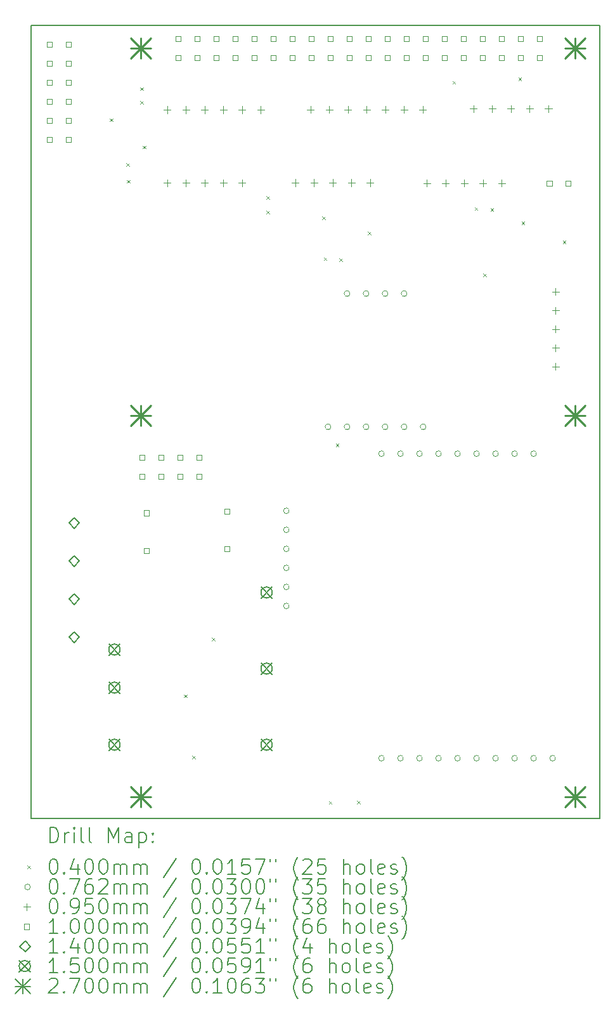
<source format=gbr>
%TF.GenerationSoftware,KiCad,Pcbnew,8.0.6*%
%TF.CreationDate,2025-02-12T15:18:31-05:00*%
%TF.ProjectId,HydroBall,48796472-6f42-4616-9c6c-2e6b69636164,rev?*%
%TF.SameCoordinates,Original*%
%TF.FileFunction,Drillmap*%
%TF.FilePolarity,Positive*%
%FSLAX45Y45*%
G04 Gerber Fmt 4.5, Leading zero omitted, Abs format (unit mm)*
G04 Created by KiCad (PCBNEW 8.0.6) date 2025-02-12 15:18:31*
%MOMM*%
%LPD*%
G01*
G04 APERTURE LIST*
%ADD10C,0.200000*%
%ADD11C,0.100000*%
%ADD12C,0.140000*%
%ADD13C,0.150000*%
%ADD14C,0.270000*%
G04 APERTURE END LIST*
D10*
X10157500Y-4040000D02*
X17750000Y-4040000D01*
X17750000Y-14627500D01*
X10157500Y-14627500D01*
X10157500Y-4040000D01*
D11*
X11210000Y-5285000D02*
X11250000Y-5325000D01*
X11250000Y-5285000D02*
X11210000Y-5325000D01*
X11426500Y-5880000D02*
X11466500Y-5920000D01*
X11466500Y-5880000D02*
X11426500Y-5920000D01*
X11435000Y-6106000D02*
X11475000Y-6146000D01*
X11475000Y-6106000D02*
X11435000Y-6146000D01*
X11615000Y-4870000D02*
X11655000Y-4910000D01*
X11655000Y-4870000D02*
X11615000Y-4910000D01*
X11615000Y-5055000D02*
X11655000Y-5095000D01*
X11655000Y-5055000D02*
X11615000Y-5095000D01*
X11648000Y-5649000D02*
X11688000Y-5689000D01*
X11688000Y-5649000D02*
X11648000Y-5689000D01*
X12200000Y-12972500D02*
X12240000Y-13012500D01*
X12240000Y-12972500D02*
X12200000Y-13012500D01*
X12310000Y-13790000D02*
X12350000Y-13830000D01*
X12350000Y-13790000D02*
X12310000Y-13830000D01*
X12572500Y-12215000D02*
X12612500Y-12255000D01*
X12612500Y-12215000D02*
X12572500Y-12255000D01*
X13297500Y-6320000D02*
X13337500Y-6360000D01*
X13337500Y-6320000D02*
X13297500Y-6360000D01*
X13297500Y-6515000D02*
X13337500Y-6555000D01*
X13337500Y-6515000D02*
X13297500Y-6555000D01*
X14044000Y-6591057D02*
X14084000Y-6631057D01*
X14084000Y-6591057D02*
X14044000Y-6631057D01*
X14066000Y-7140000D02*
X14106000Y-7180000D01*
X14106000Y-7140000D02*
X14066000Y-7180000D01*
X14132500Y-14395000D02*
X14172500Y-14435000D01*
X14172500Y-14395000D02*
X14132500Y-14435000D01*
X14225944Y-9624056D02*
X14265944Y-9664056D01*
X14265944Y-9624056D02*
X14225944Y-9664056D01*
X14273000Y-7154000D02*
X14313000Y-7194000D01*
X14313000Y-7154000D02*
X14273000Y-7194000D01*
X14512500Y-14392500D02*
X14552500Y-14432500D01*
X14552500Y-14392500D02*
X14512500Y-14432500D01*
X14655000Y-6795000D02*
X14695000Y-6835000D01*
X14695000Y-6795000D02*
X14655000Y-6835000D01*
X15785000Y-4785000D02*
X15825000Y-4825000D01*
X15825000Y-4785000D02*
X15785000Y-4825000D01*
X16080000Y-6472000D02*
X16120000Y-6512000D01*
X16120000Y-6472000D02*
X16080000Y-6512000D01*
X16192000Y-7358000D02*
X16232000Y-7398000D01*
X16232000Y-7358000D02*
X16192000Y-7398000D01*
X16293000Y-6484000D02*
X16333000Y-6524000D01*
X16333000Y-6484000D02*
X16293000Y-6524000D01*
X16665000Y-4742500D02*
X16705000Y-4782500D01*
X16705000Y-4742500D02*
X16665000Y-4782500D01*
X16706000Y-6661000D02*
X16746000Y-6701000D01*
X16746000Y-6661000D02*
X16706000Y-6701000D01*
X17258000Y-6916000D02*
X17298000Y-6956000D01*
X17298000Y-6916000D02*
X17258000Y-6956000D01*
X13603600Y-10522500D02*
G75*
G02*
X13527400Y-10522500I-38100J0D01*
G01*
X13527400Y-10522500D02*
G75*
G02*
X13603600Y-10522500I38100J0D01*
G01*
X13603600Y-10776500D02*
G75*
G02*
X13527400Y-10776500I-38100J0D01*
G01*
X13527400Y-10776500D02*
G75*
G02*
X13603600Y-10776500I38100J0D01*
G01*
X13603600Y-11030500D02*
G75*
G02*
X13527400Y-11030500I-38100J0D01*
G01*
X13527400Y-11030500D02*
G75*
G02*
X13603600Y-11030500I38100J0D01*
G01*
X13603600Y-11284500D02*
G75*
G02*
X13527400Y-11284500I-38100J0D01*
G01*
X13527400Y-11284500D02*
G75*
G02*
X13603600Y-11284500I38100J0D01*
G01*
X13603600Y-11538500D02*
G75*
G02*
X13527400Y-11538500I-38100J0D01*
G01*
X13527400Y-11538500D02*
G75*
G02*
X13603600Y-11538500I38100J0D01*
G01*
X13603600Y-11792500D02*
G75*
G02*
X13527400Y-11792500I-38100J0D01*
G01*
X13527400Y-11792500D02*
G75*
G02*
X13603600Y-11792500I38100J0D01*
G01*
X14160100Y-9401000D02*
G75*
G02*
X14083900Y-9401000I-38100J0D01*
G01*
X14083900Y-9401000D02*
G75*
G02*
X14160100Y-9401000I38100J0D01*
G01*
X14414100Y-7623000D02*
G75*
G02*
X14337900Y-7623000I-38100J0D01*
G01*
X14337900Y-7623000D02*
G75*
G02*
X14414100Y-7623000I38100J0D01*
G01*
X14414100Y-9401000D02*
G75*
G02*
X14337900Y-9401000I-38100J0D01*
G01*
X14337900Y-9401000D02*
G75*
G02*
X14414100Y-9401000I38100J0D01*
G01*
X14668100Y-7623000D02*
G75*
G02*
X14591900Y-7623000I-38100J0D01*
G01*
X14591900Y-7623000D02*
G75*
G02*
X14668100Y-7623000I38100J0D01*
G01*
X14668100Y-9401000D02*
G75*
G02*
X14591900Y-9401000I-38100J0D01*
G01*
X14591900Y-9401000D02*
G75*
G02*
X14668100Y-9401000I38100J0D01*
G01*
X14873600Y-9760500D02*
G75*
G02*
X14797400Y-9760500I-38100J0D01*
G01*
X14797400Y-9760500D02*
G75*
G02*
X14873600Y-9760500I38100J0D01*
G01*
X14873600Y-13824500D02*
G75*
G02*
X14797400Y-13824500I-38100J0D01*
G01*
X14797400Y-13824500D02*
G75*
G02*
X14873600Y-13824500I38100J0D01*
G01*
X14922100Y-7623000D02*
G75*
G02*
X14845900Y-7623000I-38100J0D01*
G01*
X14845900Y-7623000D02*
G75*
G02*
X14922100Y-7623000I38100J0D01*
G01*
X14922100Y-9401000D02*
G75*
G02*
X14845900Y-9401000I-38100J0D01*
G01*
X14845900Y-9401000D02*
G75*
G02*
X14922100Y-9401000I38100J0D01*
G01*
X15127600Y-9760500D02*
G75*
G02*
X15051400Y-9760500I-38100J0D01*
G01*
X15051400Y-9760500D02*
G75*
G02*
X15127600Y-9760500I38100J0D01*
G01*
X15127600Y-13824500D02*
G75*
G02*
X15051400Y-13824500I-38100J0D01*
G01*
X15051400Y-13824500D02*
G75*
G02*
X15127600Y-13824500I38100J0D01*
G01*
X15176100Y-7623000D02*
G75*
G02*
X15099900Y-7623000I-38100J0D01*
G01*
X15099900Y-7623000D02*
G75*
G02*
X15176100Y-7623000I38100J0D01*
G01*
X15176100Y-9401000D02*
G75*
G02*
X15099900Y-9401000I-38100J0D01*
G01*
X15099900Y-9401000D02*
G75*
G02*
X15176100Y-9401000I38100J0D01*
G01*
X15381600Y-9760500D02*
G75*
G02*
X15305400Y-9760500I-38100J0D01*
G01*
X15305400Y-9760500D02*
G75*
G02*
X15381600Y-9760500I38100J0D01*
G01*
X15381600Y-13824500D02*
G75*
G02*
X15305400Y-13824500I-38100J0D01*
G01*
X15305400Y-13824500D02*
G75*
G02*
X15381600Y-13824500I38100J0D01*
G01*
X15430100Y-9401000D02*
G75*
G02*
X15353900Y-9401000I-38100J0D01*
G01*
X15353900Y-9401000D02*
G75*
G02*
X15430100Y-9401000I38100J0D01*
G01*
X15635600Y-9760500D02*
G75*
G02*
X15559400Y-9760500I-38100J0D01*
G01*
X15559400Y-9760500D02*
G75*
G02*
X15635600Y-9760500I38100J0D01*
G01*
X15635600Y-13824500D02*
G75*
G02*
X15559400Y-13824500I-38100J0D01*
G01*
X15559400Y-13824500D02*
G75*
G02*
X15635600Y-13824500I38100J0D01*
G01*
X15889600Y-9760500D02*
G75*
G02*
X15813400Y-9760500I-38100J0D01*
G01*
X15813400Y-9760500D02*
G75*
G02*
X15889600Y-9760500I38100J0D01*
G01*
X15889600Y-13824500D02*
G75*
G02*
X15813400Y-13824500I-38100J0D01*
G01*
X15813400Y-13824500D02*
G75*
G02*
X15889600Y-13824500I38100J0D01*
G01*
X16143600Y-9760500D02*
G75*
G02*
X16067400Y-9760500I-38100J0D01*
G01*
X16067400Y-9760500D02*
G75*
G02*
X16143600Y-9760500I38100J0D01*
G01*
X16143600Y-13824500D02*
G75*
G02*
X16067400Y-13824500I-38100J0D01*
G01*
X16067400Y-13824500D02*
G75*
G02*
X16143600Y-13824500I38100J0D01*
G01*
X16397600Y-9760500D02*
G75*
G02*
X16321400Y-9760500I-38100J0D01*
G01*
X16321400Y-9760500D02*
G75*
G02*
X16397600Y-9760500I38100J0D01*
G01*
X16397600Y-13824500D02*
G75*
G02*
X16321400Y-13824500I-38100J0D01*
G01*
X16321400Y-13824500D02*
G75*
G02*
X16397600Y-13824500I38100J0D01*
G01*
X16651600Y-9760500D02*
G75*
G02*
X16575400Y-9760500I-38100J0D01*
G01*
X16575400Y-9760500D02*
G75*
G02*
X16651600Y-9760500I38100J0D01*
G01*
X16651600Y-13824500D02*
G75*
G02*
X16575400Y-13824500I-38100J0D01*
G01*
X16575400Y-13824500D02*
G75*
G02*
X16651600Y-13824500I38100J0D01*
G01*
X16905600Y-9760500D02*
G75*
G02*
X16829400Y-9760500I-38100J0D01*
G01*
X16829400Y-9760500D02*
G75*
G02*
X16905600Y-9760500I38100J0D01*
G01*
X16905600Y-13824500D02*
G75*
G02*
X16829400Y-13824500I-38100J0D01*
G01*
X16829400Y-13824500D02*
G75*
G02*
X16905600Y-13824500I38100J0D01*
G01*
X17159600Y-13824500D02*
G75*
G02*
X17083400Y-13824500I-38100J0D01*
G01*
X17083400Y-13824500D02*
G75*
G02*
X17159600Y-13824500I38100J0D01*
G01*
X11975000Y-5123000D02*
X11975000Y-5218000D01*
X11927500Y-5170500D02*
X12022500Y-5170500D01*
X11975000Y-6100500D02*
X11975000Y-6195500D01*
X11927500Y-6148000D02*
X12022500Y-6148000D01*
X12225000Y-5123000D02*
X12225000Y-5218000D01*
X12177500Y-5170500D02*
X12272500Y-5170500D01*
X12225000Y-6100500D02*
X12225000Y-6195500D01*
X12177500Y-6148000D02*
X12272500Y-6148000D01*
X12475000Y-5123000D02*
X12475000Y-5218000D01*
X12427500Y-5170500D02*
X12522500Y-5170500D01*
X12475000Y-6100500D02*
X12475000Y-6195500D01*
X12427500Y-6148000D02*
X12522500Y-6148000D01*
X12725000Y-5123000D02*
X12725000Y-5218000D01*
X12677500Y-5170500D02*
X12772500Y-5170500D01*
X12725000Y-6100500D02*
X12725000Y-6195500D01*
X12677500Y-6148000D02*
X12772500Y-6148000D01*
X12975000Y-5123000D02*
X12975000Y-5218000D01*
X12927500Y-5170500D02*
X13022500Y-5170500D01*
X12975000Y-6100500D02*
X12975000Y-6195500D01*
X12927500Y-6148000D02*
X13022500Y-6148000D01*
X13225000Y-5123000D02*
X13225000Y-5218000D01*
X13177500Y-5170500D02*
X13272500Y-5170500D01*
X13685000Y-6095500D02*
X13685000Y-6190500D01*
X13637500Y-6143000D02*
X13732500Y-6143000D01*
X13887500Y-5120500D02*
X13887500Y-5215500D01*
X13840000Y-5168000D02*
X13935000Y-5168000D01*
X13935000Y-6095500D02*
X13935000Y-6190500D01*
X13887500Y-6143000D02*
X13982500Y-6143000D01*
X14137500Y-5120500D02*
X14137500Y-5215500D01*
X14090000Y-5168000D02*
X14185000Y-5168000D01*
X14185000Y-6095500D02*
X14185000Y-6190500D01*
X14137500Y-6143000D02*
X14232500Y-6143000D01*
X14387500Y-5120500D02*
X14387500Y-5215500D01*
X14340000Y-5168000D02*
X14435000Y-5168000D01*
X14435000Y-6095500D02*
X14435000Y-6190500D01*
X14387500Y-6143000D02*
X14482500Y-6143000D01*
X14637500Y-5120500D02*
X14637500Y-5215500D01*
X14590000Y-5168000D02*
X14685000Y-5168000D01*
X14685000Y-6095500D02*
X14685000Y-6190500D01*
X14637500Y-6143000D02*
X14732500Y-6143000D01*
X14887500Y-5120500D02*
X14887500Y-5215500D01*
X14840000Y-5168000D02*
X14935000Y-5168000D01*
X15137500Y-5120500D02*
X15137500Y-5215500D01*
X15090000Y-5168000D02*
X15185000Y-5168000D01*
X15387500Y-5120500D02*
X15387500Y-5215500D01*
X15340000Y-5168000D02*
X15435000Y-5168000D01*
X15442500Y-6103000D02*
X15442500Y-6198000D01*
X15395000Y-6150500D02*
X15490000Y-6150500D01*
X15692500Y-6103000D02*
X15692500Y-6198000D01*
X15645000Y-6150500D02*
X15740000Y-6150500D01*
X15942500Y-6103000D02*
X15942500Y-6198000D01*
X15895000Y-6150500D02*
X15990000Y-6150500D01*
X16065000Y-5108000D02*
X16065000Y-5203000D01*
X16017500Y-5155500D02*
X16112500Y-5155500D01*
X16192500Y-6103000D02*
X16192500Y-6198000D01*
X16145000Y-6150500D02*
X16240000Y-6150500D01*
X16315000Y-5108000D02*
X16315000Y-5203000D01*
X16267500Y-5155500D02*
X16362500Y-5155500D01*
X16442500Y-6103000D02*
X16442500Y-6198000D01*
X16395000Y-6150500D02*
X16490000Y-6150500D01*
X16565000Y-5108000D02*
X16565000Y-5203000D01*
X16517500Y-5155500D02*
X16612500Y-5155500D01*
X16815000Y-5108000D02*
X16815000Y-5203000D01*
X16767500Y-5155500D02*
X16862500Y-5155500D01*
X17065000Y-5108000D02*
X17065000Y-5203000D01*
X17017500Y-5155500D02*
X17112500Y-5155500D01*
X17160000Y-7550500D02*
X17160000Y-7645500D01*
X17112500Y-7598000D02*
X17207500Y-7598000D01*
X17160000Y-7800500D02*
X17160000Y-7895500D01*
X17112500Y-7848000D02*
X17207500Y-7848000D01*
X17160000Y-8050500D02*
X17160000Y-8145500D01*
X17112500Y-8098000D02*
X17207500Y-8098000D01*
X17160000Y-8300500D02*
X17160000Y-8395500D01*
X17112500Y-8348000D02*
X17207500Y-8348000D01*
X17160000Y-8550500D02*
X17160000Y-8645500D01*
X17112500Y-8598000D02*
X17207500Y-8598000D01*
X10440356Y-4332856D02*
X10440356Y-4262144D01*
X10369644Y-4262144D01*
X10369644Y-4332856D01*
X10440356Y-4332856D01*
X10440356Y-4586856D02*
X10440356Y-4516144D01*
X10369644Y-4516144D01*
X10369644Y-4586856D01*
X10440356Y-4586856D01*
X10440356Y-4840856D02*
X10440356Y-4770144D01*
X10369644Y-4770144D01*
X10369644Y-4840856D01*
X10440356Y-4840856D01*
X10440356Y-5094856D02*
X10440356Y-5024144D01*
X10369644Y-5024144D01*
X10369644Y-5094856D01*
X10440356Y-5094856D01*
X10440356Y-5348856D02*
X10440356Y-5278144D01*
X10369644Y-5278144D01*
X10369644Y-5348856D01*
X10440356Y-5348856D01*
X10440356Y-5602856D02*
X10440356Y-5532144D01*
X10369644Y-5532144D01*
X10369644Y-5602856D01*
X10440356Y-5602856D01*
X10694356Y-4332856D02*
X10694356Y-4262144D01*
X10623644Y-4262144D01*
X10623644Y-4332856D01*
X10694356Y-4332856D01*
X10694356Y-4586856D02*
X10694356Y-4516144D01*
X10623644Y-4516144D01*
X10623644Y-4586856D01*
X10694356Y-4586856D01*
X10694356Y-4840856D02*
X10694356Y-4770144D01*
X10623644Y-4770144D01*
X10623644Y-4840856D01*
X10694356Y-4840856D01*
X10694356Y-5094856D02*
X10694356Y-5024144D01*
X10623644Y-5024144D01*
X10623644Y-5094856D01*
X10694356Y-5094856D01*
X10694356Y-5348856D02*
X10694356Y-5278144D01*
X10623644Y-5278144D01*
X10623644Y-5348856D01*
X10694356Y-5348856D01*
X10694356Y-5602856D02*
X10694356Y-5532144D01*
X10623644Y-5532144D01*
X10623644Y-5602856D01*
X10694356Y-5602856D01*
X11673356Y-9845356D02*
X11673356Y-9774644D01*
X11602644Y-9774644D01*
X11602644Y-9845356D01*
X11673356Y-9845356D01*
X11673356Y-10099356D02*
X11673356Y-10028644D01*
X11602644Y-10028644D01*
X11602644Y-10099356D01*
X11673356Y-10099356D01*
X11732356Y-10587356D02*
X11732356Y-10516644D01*
X11661644Y-10516644D01*
X11661644Y-10587356D01*
X11732356Y-10587356D01*
X11732356Y-11087356D02*
X11732356Y-11016644D01*
X11661644Y-11016644D01*
X11661644Y-11087356D01*
X11732356Y-11087356D01*
X11927356Y-9845356D02*
X11927356Y-9774644D01*
X11856644Y-9774644D01*
X11856644Y-9845356D01*
X11927356Y-9845356D01*
X11927356Y-10099356D02*
X11927356Y-10028644D01*
X11856644Y-10028644D01*
X11856644Y-10099356D01*
X11927356Y-10099356D01*
X12155356Y-4256356D02*
X12155356Y-4185644D01*
X12084644Y-4185644D01*
X12084644Y-4256356D01*
X12155356Y-4256356D01*
X12155356Y-4510356D02*
X12155356Y-4439644D01*
X12084644Y-4439644D01*
X12084644Y-4510356D01*
X12155356Y-4510356D01*
X12181356Y-9845356D02*
X12181356Y-9774644D01*
X12110644Y-9774644D01*
X12110644Y-9845356D01*
X12181356Y-9845356D01*
X12181356Y-10099356D02*
X12181356Y-10028644D01*
X12110644Y-10028644D01*
X12110644Y-10099356D01*
X12181356Y-10099356D01*
X12409356Y-4256356D02*
X12409356Y-4185644D01*
X12338644Y-4185644D01*
X12338644Y-4256356D01*
X12409356Y-4256356D01*
X12409356Y-4510356D02*
X12409356Y-4439644D01*
X12338644Y-4439644D01*
X12338644Y-4510356D01*
X12409356Y-4510356D01*
X12435356Y-9845356D02*
X12435356Y-9774644D01*
X12364644Y-9774644D01*
X12364644Y-9845356D01*
X12435356Y-9845356D01*
X12435356Y-10099356D02*
X12435356Y-10028644D01*
X12364644Y-10028644D01*
X12364644Y-10099356D01*
X12435356Y-10099356D01*
X12663356Y-4256356D02*
X12663356Y-4185644D01*
X12592644Y-4185644D01*
X12592644Y-4256356D01*
X12663356Y-4256356D01*
X12663356Y-4510356D02*
X12663356Y-4439644D01*
X12592644Y-4439644D01*
X12592644Y-4510356D01*
X12663356Y-4510356D01*
X12808356Y-10562356D02*
X12808356Y-10491644D01*
X12737644Y-10491644D01*
X12737644Y-10562356D01*
X12808356Y-10562356D01*
X12808356Y-11062356D02*
X12808356Y-10991644D01*
X12737644Y-10991644D01*
X12737644Y-11062356D01*
X12808356Y-11062356D01*
X12917356Y-4256356D02*
X12917356Y-4185644D01*
X12846644Y-4185644D01*
X12846644Y-4256356D01*
X12917356Y-4256356D01*
X12917356Y-4510356D02*
X12917356Y-4439644D01*
X12846644Y-4439644D01*
X12846644Y-4510356D01*
X12917356Y-4510356D01*
X13171356Y-4256356D02*
X13171356Y-4185644D01*
X13100644Y-4185644D01*
X13100644Y-4256356D01*
X13171356Y-4256356D01*
X13171356Y-4510356D02*
X13171356Y-4439644D01*
X13100644Y-4439644D01*
X13100644Y-4510356D01*
X13171356Y-4510356D01*
X13425356Y-4256356D02*
X13425356Y-4185644D01*
X13354644Y-4185644D01*
X13354644Y-4256356D01*
X13425356Y-4256356D01*
X13425356Y-4510356D02*
X13425356Y-4439644D01*
X13354644Y-4439644D01*
X13354644Y-4510356D01*
X13425356Y-4510356D01*
X13679356Y-4256356D02*
X13679356Y-4185644D01*
X13608644Y-4185644D01*
X13608644Y-4256356D01*
X13679356Y-4256356D01*
X13679356Y-4510356D02*
X13679356Y-4439644D01*
X13608644Y-4439644D01*
X13608644Y-4510356D01*
X13679356Y-4510356D01*
X13933356Y-4256356D02*
X13933356Y-4185644D01*
X13862644Y-4185644D01*
X13862644Y-4256356D01*
X13933356Y-4256356D01*
X13933356Y-4510356D02*
X13933356Y-4439644D01*
X13862644Y-4439644D01*
X13862644Y-4510356D01*
X13933356Y-4510356D01*
X14187356Y-4256356D02*
X14187356Y-4185644D01*
X14116644Y-4185644D01*
X14116644Y-4256356D01*
X14187356Y-4256356D01*
X14187356Y-4510356D02*
X14187356Y-4439644D01*
X14116644Y-4439644D01*
X14116644Y-4510356D01*
X14187356Y-4510356D01*
X14441356Y-4256356D02*
X14441356Y-4185644D01*
X14370644Y-4185644D01*
X14370644Y-4256356D01*
X14441356Y-4256356D01*
X14441356Y-4510356D02*
X14441356Y-4439644D01*
X14370644Y-4439644D01*
X14370644Y-4510356D01*
X14441356Y-4510356D01*
X14695356Y-4256356D02*
X14695356Y-4185644D01*
X14624644Y-4185644D01*
X14624644Y-4256356D01*
X14695356Y-4256356D01*
X14695356Y-4510356D02*
X14695356Y-4439644D01*
X14624644Y-4439644D01*
X14624644Y-4510356D01*
X14695356Y-4510356D01*
X14949356Y-4256356D02*
X14949356Y-4185644D01*
X14878644Y-4185644D01*
X14878644Y-4256356D01*
X14949356Y-4256356D01*
X14949356Y-4510356D02*
X14949356Y-4439644D01*
X14878644Y-4439644D01*
X14878644Y-4510356D01*
X14949356Y-4510356D01*
X15203356Y-4256356D02*
X15203356Y-4185644D01*
X15132644Y-4185644D01*
X15132644Y-4256356D01*
X15203356Y-4256356D01*
X15203356Y-4510356D02*
X15203356Y-4439644D01*
X15132644Y-4439644D01*
X15132644Y-4510356D01*
X15203356Y-4510356D01*
X15457356Y-4256356D02*
X15457356Y-4185644D01*
X15386644Y-4185644D01*
X15386644Y-4256356D01*
X15457356Y-4256356D01*
X15457356Y-4510356D02*
X15457356Y-4439644D01*
X15386644Y-4439644D01*
X15386644Y-4510356D01*
X15457356Y-4510356D01*
X15711356Y-4256356D02*
X15711356Y-4185644D01*
X15640644Y-4185644D01*
X15640644Y-4256356D01*
X15711356Y-4256356D01*
X15711356Y-4510356D02*
X15711356Y-4439644D01*
X15640644Y-4439644D01*
X15640644Y-4510356D01*
X15711356Y-4510356D01*
X15965356Y-4256356D02*
X15965356Y-4185644D01*
X15894644Y-4185644D01*
X15894644Y-4256356D01*
X15965356Y-4256356D01*
X15965356Y-4510356D02*
X15965356Y-4439644D01*
X15894644Y-4439644D01*
X15894644Y-4510356D01*
X15965356Y-4510356D01*
X16219356Y-4256356D02*
X16219356Y-4185644D01*
X16148644Y-4185644D01*
X16148644Y-4256356D01*
X16219356Y-4256356D01*
X16219356Y-4510356D02*
X16219356Y-4439644D01*
X16148644Y-4439644D01*
X16148644Y-4510356D01*
X16219356Y-4510356D01*
X16473356Y-4256356D02*
X16473356Y-4185644D01*
X16402644Y-4185644D01*
X16402644Y-4256356D01*
X16473356Y-4256356D01*
X16473356Y-4510356D02*
X16473356Y-4439644D01*
X16402644Y-4439644D01*
X16402644Y-4510356D01*
X16473356Y-4510356D01*
X16727356Y-4256356D02*
X16727356Y-4185644D01*
X16656644Y-4185644D01*
X16656644Y-4256356D01*
X16727356Y-4256356D01*
X16727356Y-4510356D02*
X16727356Y-4439644D01*
X16656644Y-4439644D01*
X16656644Y-4510356D01*
X16727356Y-4510356D01*
X16981356Y-4256356D02*
X16981356Y-4185644D01*
X16910644Y-4185644D01*
X16910644Y-4256356D01*
X16981356Y-4256356D01*
X16981356Y-4510356D02*
X16981356Y-4439644D01*
X16910644Y-4439644D01*
X16910644Y-4510356D01*
X16981356Y-4510356D01*
X17114356Y-6188356D02*
X17114356Y-6117644D01*
X17043644Y-6117644D01*
X17043644Y-6188356D01*
X17114356Y-6188356D01*
X17364356Y-6188356D02*
X17364356Y-6117644D01*
X17293644Y-6117644D01*
X17293644Y-6188356D01*
X17364356Y-6188356D01*
D12*
X10731000Y-10754000D02*
X10801000Y-10684000D01*
X10731000Y-10614000D01*
X10661000Y-10684000D01*
X10731000Y-10754000D01*
X10731000Y-11262000D02*
X10801000Y-11192000D01*
X10731000Y-11122000D01*
X10661000Y-11192000D01*
X10731000Y-11262000D01*
X10731000Y-11770000D02*
X10801000Y-11700000D01*
X10731000Y-11630000D01*
X10661000Y-11700000D01*
X10731000Y-11770000D01*
X10731000Y-12278000D02*
X10801000Y-12208000D01*
X10731000Y-12138000D01*
X10661000Y-12208000D01*
X10731000Y-12278000D01*
D13*
X11194500Y-12298500D02*
X11344500Y-12448500D01*
X11344500Y-12298500D02*
X11194500Y-12448500D01*
X11344500Y-12373500D02*
G75*
G02*
X11194500Y-12373500I-75000J0D01*
G01*
X11194500Y-12373500D02*
G75*
G02*
X11344500Y-12373500I75000J0D01*
G01*
X11194500Y-12806500D02*
X11344500Y-12956500D01*
X11344500Y-12806500D02*
X11194500Y-12956500D01*
X11344500Y-12881500D02*
G75*
G02*
X11194500Y-12881500I-75000J0D01*
G01*
X11194500Y-12881500D02*
G75*
G02*
X11344500Y-12881500I75000J0D01*
G01*
X11194500Y-13568500D02*
X11344500Y-13718500D01*
X11344500Y-13568500D02*
X11194500Y-13718500D01*
X11344500Y-13643500D02*
G75*
G02*
X11194500Y-13643500I-75000J0D01*
G01*
X11194500Y-13643500D02*
G75*
G02*
X11344500Y-13643500I75000J0D01*
G01*
X13226500Y-11536500D02*
X13376500Y-11686500D01*
X13376500Y-11536500D02*
X13226500Y-11686500D01*
X13376500Y-11611500D02*
G75*
G02*
X13226500Y-11611500I-75000J0D01*
G01*
X13226500Y-11611500D02*
G75*
G02*
X13376500Y-11611500I75000J0D01*
G01*
X13226500Y-12552500D02*
X13376500Y-12702500D01*
X13376500Y-12552500D02*
X13226500Y-12702500D01*
X13376500Y-12627500D02*
G75*
G02*
X13226500Y-12627500I-75000J0D01*
G01*
X13226500Y-12627500D02*
G75*
G02*
X13376500Y-12627500I75000J0D01*
G01*
X13226500Y-13568500D02*
X13376500Y-13718500D01*
X13376500Y-13568500D02*
X13226500Y-13718500D01*
X13376500Y-13643500D02*
G75*
G02*
X13226500Y-13643500I-75000J0D01*
G01*
X13226500Y-13643500D02*
G75*
G02*
X13376500Y-13643500I75000J0D01*
G01*
D14*
X11485000Y-4213000D02*
X11755000Y-4483000D01*
X11755000Y-4213000D02*
X11485000Y-4483000D01*
X11620000Y-4213000D02*
X11620000Y-4483000D01*
X11485000Y-4348000D02*
X11755000Y-4348000D01*
X11485000Y-9113000D02*
X11755000Y-9383000D01*
X11755000Y-9113000D02*
X11485000Y-9383000D01*
X11620000Y-9113000D02*
X11620000Y-9383000D01*
X11485000Y-9248000D02*
X11755000Y-9248000D01*
X11485000Y-14203000D02*
X11755000Y-14473000D01*
X11755000Y-14203000D02*
X11485000Y-14473000D01*
X11620000Y-14203000D02*
X11620000Y-14473000D01*
X11485000Y-14338000D02*
X11755000Y-14338000D01*
X17285000Y-4213000D02*
X17555000Y-4483000D01*
X17555000Y-4213000D02*
X17285000Y-4483000D01*
X17420000Y-4213000D02*
X17420000Y-4483000D01*
X17285000Y-4348000D02*
X17555000Y-4348000D01*
X17285000Y-9113000D02*
X17555000Y-9383000D01*
X17555000Y-9113000D02*
X17285000Y-9383000D01*
X17420000Y-9113000D02*
X17420000Y-9383000D01*
X17285000Y-9248000D02*
X17555000Y-9248000D01*
X17285000Y-14203000D02*
X17555000Y-14473000D01*
X17555000Y-14203000D02*
X17285000Y-14473000D01*
X17420000Y-14203000D02*
X17420000Y-14473000D01*
X17285000Y-14338000D02*
X17555000Y-14338000D01*
D10*
X10408277Y-14948984D02*
X10408277Y-14748984D01*
X10408277Y-14748984D02*
X10455896Y-14748984D01*
X10455896Y-14748984D02*
X10484467Y-14758508D01*
X10484467Y-14758508D02*
X10503515Y-14777555D01*
X10503515Y-14777555D02*
X10513039Y-14796603D01*
X10513039Y-14796603D02*
X10522563Y-14834698D01*
X10522563Y-14834698D02*
X10522563Y-14863269D01*
X10522563Y-14863269D02*
X10513039Y-14901365D01*
X10513039Y-14901365D02*
X10503515Y-14920412D01*
X10503515Y-14920412D02*
X10484467Y-14939460D01*
X10484467Y-14939460D02*
X10455896Y-14948984D01*
X10455896Y-14948984D02*
X10408277Y-14948984D01*
X10608277Y-14948984D02*
X10608277Y-14815650D01*
X10608277Y-14853746D02*
X10617801Y-14834698D01*
X10617801Y-14834698D02*
X10627324Y-14825174D01*
X10627324Y-14825174D02*
X10646372Y-14815650D01*
X10646372Y-14815650D02*
X10665420Y-14815650D01*
X10732086Y-14948984D02*
X10732086Y-14815650D01*
X10732086Y-14748984D02*
X10722563Y-14758508D01*
X10722563Y-14758508D02*
X10732086Y-14768031D01*
X10732086Y-14768031D02*
X10741610Y-14758508D01*
X10741610Y-14758508D02*
X10732086Y-14748984D01*
X10732086Y-14748984D02*
X10732086Y-14768031D01*
X10855896Y-14948984D02*
X10836848Y-14939460D01*
X10836848Y-14939460D02*
X10827324Y-14920412D01*
X10827324Y-14920412D02*
X10827324Y-14748984D01*
X10960658Y-14948984D02*
X10941610Y-14939460D01*
X10941610Y-14939460D02*
X10932086Y-14920412D01*
X10932086Y-14920412D02*
X10932086Y-14748984D01*
X11189229Y-14948984D02*
X11189229Y-14748984D01*
X11189229Y-14748984D02*
X11255896Y-14891841D01*
X11255896Y-14891841D02*
X11322562Y-14748984D01*
X11322562Y-14748984D02*
X11322562Y-14948984D01*
X11503515Y-14948984D02*
X11503515Y-14844222D01*
X11503515Y-14844222D02*
X11493991Y-14825174D01*
X11493991Y-14825174D02*
X11474943Y-14815650D01*
X11474943Y-14815650D02*
X11436848Y-14815650D01*
X11436848Y-14815650D02*
X11417801Y-14825174D01*
X11503515Y-14939460D02*
X11484467Y-14948984D01*
X11484467Y-14948984D02*
X11436848Y-14948984D01*
X11436848Y-14948984D02*
X11417801Y-14939460D01*
X11417801Y-14939460D02*
X11408277Y-14920412D01*
X11408277Y-14920412D02*
X11408277Y-14901365D01*
X11408277Y-14901365D02*
X11417801Y-14882317D01*
X11417801Y-14882317D02*
X11436848Y-14872793D01*
X11436848Y-14872793D02*
X11484467Y-14872793D01*
X11484467Y-14872793D02*
X11503515Y-14863269D01*
X11598753Y-14815650D02*
X11598753Y-15015650D01*
X11598753Y-14825174D02*
X11617801Y-14815650D01*
X11617801Y-14815650D02*
X11655896Y-14815650D01*
X11655896Y-14815650D02*
X11674943Y-14825174D01*
X11674943Y-14825174D02*
X11684467Y-14834698D01*
X11684467Y-14834698D02*
X11693991Y-14853746D01*
X11693991Y-14853746D02*
X11693991Y-14910888D01*
X11693991Y-14910888D02*
X11684467Y-14929936D01*
X11684467Y-14929936D02*
X11674943Y-14939460D01*
X11674943Y-14939460D02*
X11655896Y-14948984D01*
X11655896Y-14948984D02*
X11617801Y-14948984D01*
X11617801Y-14948984D02*
X11598753Y-14939460D01*
X11779705Y-14929936D02*
X11789229Y-14939460D01*
X11789229Y-14939460D02*
X11779705Y-14948984D01*
X11779705Y-14948984D02*
X11770182Y-14939460D01*
X11770182Y-14939460D02*
X11779705Y-14929936D01*
X11779705Y-14929936D02*
X11779705Y-14948984D01*
X11779705Y-14825174D02*
X11789229Y-14834698D01*
X11789229Y-14834698D02*
X11779705Y-14844222D01*
X11779705Y-14844222D02*
X11770182Y-14834698D01*
X11770182Y-14834698D02*
X11779705Y-14825174D01*
X11779705Y-14825174D02*
X11779705Y-14844222D01*
D11*
X10107500Y-15257500D02*
X10147500Y-15297500D01*
X10147500Y-15257500D02*
X10107500Y-15297500D01*
D10*
X10446372Y-15168984D02*
X10465420Y-15168984D01*
X10465420Y-15168984D02*
X10484467Y-15178508D01*
X10484467Y-15178508D02*
X10493991Y-15188031D01*
X10493991Y-15188031D02*
X10503515Y-15207079D01*
X10503515Y-15207079D02*
X10513039Y-15245174D01*
X10513039Y-15245174D02*
X10513039Y-15292793D01*
X10513039Y-15292793D02*
X10503515Y-15330888D01*
X10503515Y-15330888D02*
X10493991Y-15349936D01*
X10493991Y-15349936D02*
X10484467Y-15359460D01*
X10484467Y-15359460D02*
X10465420Y-15368984D01*
X10465420Y-15368984D02*
X10446372Y-15368984D01*
X10446372Y-15368984D02*
X10427324Y-15359460D01*
X10427324Y-15359460D02*
X10417801Y-15349936D01*
X10417801Y-15349936D02*
X10408277Y-15330888D01*
X10408277Y-15330888D02*
X10398753Y-15292793D01*
X10398753Y-15292793D02*
X10398753Y-15245174D01*
X10398753Y-15245174D02*
X10408277Y-15207079D01*
X10408277Y-15207079D02*
X10417801Y-15188031D01*
X10417801Y-15188031D02*
X10427324Y-15178508D01*
X10427324Y-15178508D02*
X10446372Y-15168984D01*
X10598753Y-15349936D02*
X10608277Y-15359460D01*
X10608277Y-15359460D02*
X10598753Y-15368984D01*
X10598753Y-15368984D02*
X10589229Y-15359460D01*
X10589229Y-15359460D02*
X10598753Y-15349936D01*
X10598753Y-15349936D02*
X10598753Y-15368984D01*
X10779705Y-15235650D02*
X10779705Y-15368984D01*
X10732086Y-15159460D02*
X10684467Y-15302317D01*
X10684467Y-15302317D02*
X10808277Y-15302317D01*
X10922563Y-15168984D02*
X10941610Y-15168984D01*
X10941610Y-15168984D02*
X10960658Y-15178508D01*
X10960658Y-15178508D02*
X10970182Y-15188031D01*
X10970182Y-15188031D02*
X10979705Y-15207079D01*
X10979705Y-15207079D02*
X10989229Y-15245174D01*
X10989229Y-15245174D02*
X10989229Y-15292793D01*
X10989229Y-15292793D02*
X10979705Y-15330888D01*
X10979705Y-15330888D02*
X10970182Y-15349936D01*
X10970182Y-15349936D02*
X10960658Y-15359460D01*
X10960658Y-15359460D02*
X10941610Y-15368984D01*
X10941610Y-15368984D02*
X10922563Y-15368984D01*
X10922563Y-15368984D02*
X10903515Y-15359460D01*
X10903515Y-15359460D02*
X10893991Y-15349936D01*
X10893991Y-15349936D02*
X10884467Y-15330888D01*
X10884467Y-15330888D02*
X10874944Y-15292793D01*
X10874944Y-15292793D02*
X10874944Y-15245174D01*
X10874944Y-15245174D02*
X10884467Y-15207079D01*
X10884467Y-15207079D02*
X10893991Y-15188031D01*
X10893991Y-15188031D02*
X10903515Y-15178508D01*
X10903515Y-15178508D02*
X10922563Y-15168984D01*
X11113039Y-15168984D02*
X11132086Y-15168984D01*
X11132086Y-15168984D02*
X11151134Y-15178508D01*
X11151134Y-15178508D02*
X11160658Y-15188031D01*
X11160658Y-15188031D02*
X11170182Y-15207079D01*
X11170182Y-15207079D02*
X11179705Y-15245174D01*
X11179705Y-15245174D02*
X11179705Y-15292793D01*
X11179705Y-15292793D02*
X11170182Y-15330888D01*
X11170182Y-15330888D02*
X11160658Y-15349936D01*
X11160658Y-15349936D02*
X11151134Y-15359460D01*
X11151134Y-15359460D02*
X11132086Y-15368984D01*
X11132086Y-15368984D02*
X11113039Y-15368984D01*
X11113039Y-15368984D02*
X11093991Y-15359460D01*
X11093991Y-15359460D02*
X11084467Y-15349936D01*
X11084467Y-15349936D02*
X11074944Y-15330888D01*
X11074944Y-15330888D02*
X11065420Y-15292793D01*
X11065420Y-15292793D02*
X11065420Y-15245174D01*
X11065420Y-15245174D02*
X11074944Y-15207079D01*
X11074944Y-15207079D02*
X11084467Y-15188031D01*
X11084467Y-15188031D02*
X11093991Y-15178508D01*
X11093991Y-15178508D02*
X11113039Y-15168984D01*
X11265420Y-15368984D02*
X11265420Y-15235650D01*
X11265420Y-15254698D02*
X11274943Y-15245174D01*
X11274943Y-15245174D02*
X11293991Y-15235650D01*
X11293991Y-15235650D02*
X11322563Y-15235650D01*
X11322563Y-15235650D02*
X11341610Y-15245174D01*
X11341610Y-15245174D02*
X11351134Y-15264222D01*
X11351134Y-15264222D02*
X11351134Y-15368984D01*
X11351134Y-15264222D02*
X11360658Y-15245174D01*
X11360658Y-15245174D02*
X11379705Y-15235650D01*
X11379705Y-15235650D02*
X11408277Y-15235650D01*
X11408277Y-15235650D02*
X11427324Y-15245174D01*
X11427324Y-15245174D02*
X11436848Y-15264222D01*
X11436848Y-15264222D02*
X11436848Y-15368984D01*
X11532086Y-15368984D02*
X11532086Y-15235650D01*
X11532086Y-15254698D02*
X11541610Y-15245174D01*
X11541610Y-15245174D02*
X11560658Y-15235650D01*
X11560658Y-15235650D02*
X11589229Y-15235650D01*
X11589229Y-15235650D02*
X11608277Y-15245174D01*
X11608277Y-15245174D02*
X11617801Y-15264222D01*
X11617801Y-15264222D02*
X11617801Y-15368984D01*
X11617801Y-15264222D02*
X11627324Y-15245174D01*
X11627324Y-15245174D02*
X11646372Y-15235650D01*
X11646372Y-15235650D02*
X11674943Y-15235650D01*
X11674943Y-15235650D02*
X11693991Y-15245174D01*
X11693991Y-15245174D02*
X11703515Y-15264222D01*
X11703515Y-15264222D02*
X11703515Y-15368984D01*
X12093991Y-15159460D02*
X11922563Y-15416603D01*
X12351134Y-15168984D02*
X12370182Y-15168984D01*
X12370182Y-15168984D02*
X12389229Y-15178508D01*
X12389229Y-15178508D02*
X12398753Y-15188031D01*
X12398753Y-15188031D02*
X12408277Y-15207079D01*
X12408277Y-15207079D02*
X12417801Y-15245174D01*
X12417801Y-15245174D02*
X12417801Y-15292793D01*
X12417801Y-15292793D02*
X12408277Y-15330888D01*
X12408277Y-15330888D02*
X12398753Y-15349936D01*
X12398753Y-15349936D02*
X12389229Y-15359460D01*
X12389229Y-15359460D02*
X12370182Y-15368984D01*
X12370182Y-15368984D02*
X12351134Y-15368984D01*
X12351134Y-15368984D02*
X12332086Y-15359460D01*
X12332086Y-15359460D02*
X12322563Y-15349936D01*
X12322563Y-15349936D02*
X12313039Y-15330888D01*
X12313039Y-15330888D02*
X12303515Y-15292793D01*
X12303515Y-15292793D02*
X12303515Y-15245174D01*
X12303515Y-15245174D02*
X12313039Y-15207079D01*
X12313039Y-15207079D02*
X12322563Y-15188031D01*
X12322563Y-15188031D02*
X12332086Y-15178508D01*
X12332086Y-15178508D02*
X12351134Y-15168984D01*
X12503515Y-15349936D02*
X12513039Y-15359460D01*
X12513039Y-15359460D02*
X12503515Y-15368984D01*
X12503515Y-15368984D02*
X12493991Y-15359460D01*
X12493991Y-15359460D02*
X12503515Y-15349936D01*
X12503515Y-15349936D02*
X12503515Y-15368984D01*
X12636848Y-15168984D02*
X12655896Y-15168984D01*
X12655896Y-15168984D02*
X12674944Y-15178508D01*
X12674944Y-15178508D02*
X12684467Y-15188031D01*
X12684467Y-15188031D02*
X12693991Y-15207079D01*
X12693991Y-15207079D02*
X12703515Y-15245174D01*
X12703515Y-15245174D02*
X12703515Y-15292793D01*
X12703515Y-15292793D02*
X12693991Y-15330888D01*
X12693991Y-15330888D02*
X12684467Y-15349936D01*
X12684467Y-15349936D02*
X12674944Y-15359460D01*
X12674944Y-15359460D02*
X12655896Y-15368984D01*
X12655896Y-15368984D02*
X12636848Y-15368984D01*
X12636848Y-15368984D02*
X12617801Y-15359460D01*
X12617801Y-15359460D02*
X12608277Y-15349936D01*
X12608277Y-15349936D02*
X12598753Y-15330888D01*
X12598753Y-15330888D02*
X12589229Y-15292793D01*
X12589229Y-15292793D02*
X12589229Y-15245174D01*
X12589229Y-15245174D02*
X12598753Y-15207079D01*
X12598753Y-15207079D02*
X12608277Y-15188031D01*
X12608277Y-15188031D02*
X12617801Y-15178508D01*
X12617801Y-15178508D02*
X12636848Y-15168984D01*
X12893991Y-15368984D02*
X12779706Y-15368984D01*
X12836848Y-15368984D02*
X12836848Y-15168984D01*
X12836848Y-15168984D02*
X12817801Y-15197555D01*
X12817801Y-15197555D02*
X12798753Y-15216603D01*
X12798753Y-15216603D02*
X12779706Y-15226127D01*
X13074944Y-15168984D02*
X12979706Y-15168984D01*
X12979706Y-15168984D02*
X12970182Y-15264222D01*
X12970182Y-15264222D02*
X12979706Y-15254698D01*
X12979706Y-15254698D02*
X12998753Y-15245174D01*
X12998753Y-15245174D02*
X13046372Y-15245174D01*
X13046372Y-15245174D02*
X13065420Y-15254698D01*
X13065420Y-15254698D02*
X13074944Y-15264222D01*
X13074944Y-15264222D02*
X13084467Y-15283269D01*
X13084467Y-15283269D02*
X13084467Y-15330888D01*
X13084467Y-15330888D02*
X13074944Y-15349936D01*
X13074944Y-15349936D02*
X13065420Y-15359460D01*
X13065420Y-15359460D02*
X13046372Y-15368984D01*
X13046372Y-15368984D02*
X12998753Y-15368984D01*
X12998753Y-15368984D02*
X12979706Y-15359460D01*
X12979706Y-15359460D02*
X12970182Y-15349936D01*
X13151134Y-15168984D02*
X13284467Y-15168984D01*
X13284467Y-15168984D02*
X13198753Y-15368984D01*
X13351134Y-15168984D02*
X13351134Y-15207079D01*
X13427325Y-15168984D02*
X13427325Y-15207079D01*
X13722563Y-15445174D02*
X13713039Y-15435650D01*
X13713039Y-15435650D02*
X13693991Y-15407079D01*
X13693991Y-15407079D02*
X13684468Y-15388031D01*
X13684468Y-15388031D02*
X13674944Y-15359460D01*
X13674944Y-15359460D02*
X13665420Y-15311841D01*
X13665420Y-15311841D02*
X13665420Y-15273746D01*
X13665420Y-15273746D02*
X13674944Y-15226127D01*
X13674944Y-15226127D02*
X13684468Y-15197555D01*
X13684468Y-15197555D02*
X13693991Y-15178508D01*
X13693991Y-15178508D02*
X13713039Y-15149936D01*
X13713039Y-15149936D02*
X13722563Y-15140412D01*
X13789229Y-15188031D02*
X13798753Y-15178508D01*
X13798753Y-15178508D02*
X13817801Y-15168984D01*
X13817801Y-15168984D02*
X13865420Y-15168984D01*
X13865420Y-15168984D02*
X13884468Y-15178508D01*
X13884468Y-15178508D02*
X13893991Y-15188031D01*
X13893991Y-15188031D02*
X13903515Y-15207079D01*
X13903515Y-15207079D02*
X13903515Y-15226127D01*
X13903515Y-15226127D02*
X13893991Y-15254698D01*
X13893991Y-15254698D02*
X13779706Y-15368984D01*
X13779706Y-15368984D02*
X13903515Y-15368984D01*
X14084468Y-15168984D02*
X13989229Y-15168984D01*
X13989229Y-15168984D02*
X13979706Y-15264222D01*
X13979706Y-15264222D02*
X13989229Y-15254698D01*
X13989229Y-15254698D02*
X14008277Y-15245174D01*
X14008277Y-15245174D02*
X14055896Y-15245174D01*
X14055896Y-15245174D02*
X14074944Y-15254698D01*
X14074944Y-15254698D02*
X14084468Y-15264222D01*
X14084468Y-15264222D02*
X14093991Y-15283269D01*
X14093991Y-15283269D02*
X14093991Y-15330888D01*
X14093991Y-15330888D02*
X14084468Y-15349936D01*
X14084468Y-15349936D02*
X14074944Y-15359460D01*
X14074944Y-15359460D02*
X14055896Y-15368984D01*
X14055896Y-15368984D02*
X14008277Y-15368984D01*
X14008277Y-15368984D02*
X13989229Y-15359460D01*
X13989229Y-15359460D02*
X13979706Y-15349936D01*
X14332087Y-15368984D02*
X14332087Y-15168984D01*
X14417801Y-15368984D02*
X14417801Y-15264222D01*
X14417801Y-15264222D02*
X14408277Y-15245174D01*
X14408277Y-15245174D02*
X14389230Y-15235650D01*
X14389230Y-15235650D02*
X14360658Y-15235650D01*
X14360658Y-15235650D02*
X14341610Y-15245174D01*
X14341610Y-15245174D02*
X14332087Y-15254698D01*
X14541610Y-15368984D02*
X14522563Y-15359460D01*
X14522563Y-15359460D02*
X14513039Y-15349936D01*
X14513039Y-15349936D02*
X14503515Y-15330888D01*
X14503515Y-15330888D02*
X14503515Y-15273746D01*
X14503515Y-15273746D02*
X14513039Y-15254698D01*
X14513039Y-15254698D02*
X14522563Y-15245174D01*
X14522563Y-15245174D02*
X14541610Y-15235650D01*
X14541610Y-15235650D02*
X14570182Y-15235650D01*
X14570182Y-15235650D02*
X14589230Y-15245174D01*
X14589230Y-15245174D02*
X14598753Y-15254698D01*
X14598753Y-15254698D02*
X14608277Y-15273746D01*
X14608277Y-15273746D02*
X14608277Y-15330888D01*
X14608277Y-15330888D02*
X14598753Y-15349936D01*
X14598753Y-15349936D02*
X14589230Y-15359460D01*
X14589230Y-15359460D02*
X14570182Y-15368984D01*
X14570182Y-15368984D02*
X14541610Y-15368984D01*
X14722563Y-15368984D02*
X14703515Y-15359460D01*
X14703515Y-15359460D02*
X14693991Y-15340412D01*
X14693991Y-15340412D02*
X14693991Y-15168984D01*
X14874944Y-15359460D02*
X14855896Y-15368984D01*
X14855896Y-15368984D02*
X14817801Y-15368984D01*
X14817801Y-15368984D02*
X14798753Y-15359460D01*
X14798753Y-15359460D02*
X14789230Y-15340412D01*
X14789230Y-15340412D02*
X14789230Y-15264222D01*
X14789230Y-15264222D02*
X14798753Y-15245174D01*
X14798753Y-15245174D02*
X14817801Y-15235650D01*
X14817801Y-15235650D02*
X14855896Y-15235650D01*
X14855896Y-15235650D02*
X14874944Y-15245174D01*
X14874944Y-15245174D02*
X14884468Y-15264222D01*
X14884468Y-15264222D02*
X14884468Y-15283269D01*
X14884468Y-15283269D02*
X14789230Y-15302317D01*
X14960658Y-15359460D02*
X14979706Y-15368984D01*
X14979706Y-15368984D02*
X15017801Y-15368984D01*
X15017801Y-15368984D02*
X15036849Y-15359460D01*
X15036849Y-15359460D02*
X15046372Y-15340412D01*
X15046372Y-15340412D02*
X15046372Y-15330888D01*
X15046372Y-15330888D02*
X15036849Y-15311841D01*
X15036849Y-15311841D02*
X15017801Y-15302317D01*
X15017801Y-15302317D02*
X14989230Y-15302317D01*
X14989230Y-15302317D02*
X14970182Y-15292793D01*
X14970182Y-15292793D02*
X14960658Y-15273746D01*
X14960658Y-15273746D02*
X14960658Y-15264222D01*
X14960658Y-15264222D02*
X14970182Y-15245174D01*
X14970182Y-15245174D02*
X14989230Y-15235650D01*
X14989230Y-15235650D02*
X15017801Y-15235650D01*
X15017801Y-15235650D02*
X15036849Y-15245174D01*
X15113039Y-15445174D02*
X15122563Y-15435650D01*
X15122563Y-15435650D02*
X15141611Y-15407079D01*
X15141611Y-15407079D02*
X15151134Y-15388031D01*
X15151134Y-15388031D02*
X15160658Y-15359460D01*
X15160658Y-15359460D02*
X15170182Y-15311841D01*
X15170182Y-15311841D02*
X15170182Y-15273746D01*
X15170182Y-15273746D02*
X15160658Y-15226127D01*
X15160658Y-15226127D02*
X15151134Y-15197555D01*
X15151134Y-15197555D02*
X15141611Y-15178508D01*
X15141611Y-15178508D02*
X15122563Y-15149936D01*
X15122563Y-15149936D02*
X15113039Y-15140412D01*
D11*
X10147500Y-15541500D02*
G75*
G02*
X10071300Y-15541500I-38100J0D01*
G01*
X10071300Y-15541500D02*
G75*
G02*
X10147500Y-15541500I38100J0D01*
G01*
D10*
X10446372Y-15432984D02*
X10465420Y-15432984D01*
X10465420Y-15432984D02*
X10484467Y-15442508D01*
X10484467Y-15442508D02*
X10493991Y-15452031D01*
X10493991Y-15452031D02*
X10503515Y-15471079D01*
X10503515Y-15471079D02*
X10513039Y-15509174D01*
X10513039Y-15509174D02*
X10513039Y-15556793D01*
X10513039Y-15556793D02*
X10503515Y-15594888D01*
X10503515Y-15594888D02*
X10493991Y-15613936D01*
X10493991Y-15613936D02*
X10484467Y-15623460D01*
X10484467Y-15623460D02*
X10465420Y-15632984D01*
X10465420Y-15632984D02*
X10446372Y-15632984D01*
X10446372Y-15632984D02*
X10427324Y-15623460D01*
X10427324Y-15623460D02*
X10417801Y-15613936D01*
X10417801Y-15613936D02*
X10408277Y-15594888D01*
X10408277Y-15594888D02*
X10398753Y-15556793D01*
X10398753Y-15556793D02*
X10398753Y-15509174D01*
X10398753Y-15509174D02*
X10408277Y-15471079D01*
X10408277Y-15471079D02*
X10417801Y-15452031D01*
X10417801Y-15452031D02*
X10427324Y-15442508D01*
X10427324Y-15442508D02*
X10446372Y-15432984D01*
X10598753Y-15613936D02*
X10608277Y-15623460D01*
X10608277Y-15623460D02*
X10598753Y-15632984D01*
X10598753Y-15632984D02*
X10589229Y-15623460D01*
X10589229Y-15623460D02*
X10598753Y-15613936D01*
X10598753Y-15613936D02*
X10598753Y-15632984D01*
X10674944Y-15432984D02*
X10808277Y-15432984D01*
X10808277Y-15432984D02*
X10722563Y-15632984D01*
X10970182Y-15432984D02*
X10932086Y-15432984D01*
X10932086Y-15432984D02*
X10913039Y-15442508D01*
X10913039Y-15442508D02*
X10903515Y-15452031D01*
X10903515Y-15452031D02*
X10884467Y-15480603D01*
X10884467Y-15480603D02*
X10874944Y-15518698D01*
X10874944Y-15518698D02*
X10874944Y-15594888D01*
X10874944Y-15594888D02*
X10884467Y-15613936D01*
X10884467Y-15613936D02*
X10893991Y-15623460D01*
X10893991Y-15623460D02*
X10913039Y-15632984D01*
X10913039Y-15632984D02*
X10951134Y-15632984D01*
X10951134Y-15632984D02*
X10970182Y-15623460D01*
X10970182Y-15623460D02*
X10979705Y-15613936D01*
X10979705Y-15613936D02*
X10989229Y-15594888D01*
X10989229Y-15594888D02*
X10989229Y-15547269D01*
X10989229Y-15547269D02*
X10979705Y-15528222D01*
X10979705Y-15528222D02*
X10970182Y-15518698D01*
X10970182Y-15518698D02*
X10951134Y-15509174D01*
X10951134Y-15509174D02*
X10913039Y-15509174D01*
X10913039Y-15509174D02*
X10893991Y-15518698D01*
X10893991Y-15518698D02*
X10884467Y-15528222D01*
X10884467Y-15528222D02*
X10874944Y-15547269D01*
X11065420Y-15452031D02*
X11074944Y-15442508D01*
X11074944Y-15442508D02*
X11093991Y-15432984D01*
X11093991Y-15432984D02*
X11141610Y-15432984D01*
X11141610Y-15432984D02*
X11160658Y-15442508D01*
X11160658Y-15442508D02*
X11170182Y-15452031D01*
X11170182Y-15452031D02*
X11179705Y-15471079D01*
X11179705Y-15471079D02*
X11179705Y-15490127D01*
X11179705Y-15490127D02*
X11170182Y-15518698D01*
X11170182Y-15518698D02*
X11055896Y-15632984D01*
X11055896Y-15632984D02*
X11179705Y-15632984D01*
X11265420Y-15632984D02*
X11265420Y-15499650D01*
X11265420Y-15518698D02*
X11274943Y-15509174D01*
X11274943Y-15509174D02*
X11293991Y-15499650D01*
X11293991Y-15499650D02*
X11322563Y-15499650D01*
X11322563Y-15499650D02*
X11341610Y-15509174D01*
X11341610Y-15509174D02*
X11351134Y-15528222D01*
X11351134Y-15528222D02*
X11351134Y-15632984D01*
X11351134Y-15528222D02*
X11360658Y-15509174D01*
X11360658Y-15509174D02*
X11379705Y-15499650D01*
X11379705Y-15499650D02*
X11408277Y-15499650D01*
X11408277Y-15499650D02*
X11427324Y-15509174D01*
X11427324Y-15509174D02*
X11436848Y-15528222D01*
X11436848Y-15528222D02*
X11436848Y-15632984D01*
X11532086Y-15632984D02*
X11532086Y-15499650D01*
X11532086Y-15518698D02*
X11541610Y-15509174D01*
X11541610Y-15509174D02*
X11560658Y-15499650D01*
X11560658Y-15499650D02*
X11589229Y-15499650D01*
X11589229Y-15499650D02*
X11608277Y-15509174D01*
X11608277Y-15509174D02*
X11617801Y-15528222D01*
X11617801Y-15528222D02*
X11617801Y-15632984D01*
X11617801Y-15528222D02*
X11627324Y-15509174D01*
X11627324Y-15509174D02*
X11646372Y-15499650D01*
X11646372Y-15499650D02*
X11674943Y-15499650D01*
X11674943Y-15499650D02*
X11693991Y-15509174D01*
X11693991Y-15509174D02*
X11703515Y-15528222D01*
X11703515Y-15528222D02*
X11703515Y-15632984D01*
X12093991Y-15423460D02*
X11922563Y-15680603D01*
X12351134Y-15432984D02*
X12370182Y-15432984D01*
X12370182Y-15432984D02*
X12389229Y-15442508D01*
X12389229Y-15442508D02*
X12398753Y-15452031D01*
X12398753Y-15452031D02*
X12408277Y-15471079D01*
X12408277Y-15471079D02*
X12417801Y-15509174D01*
X12417801Y-15509174D02*
X12417801Y-15556793D01*
X12417801Y-15556793D02*
X12408277Y-15594888D01*
X12408277Y-15594888D02*
X12398753Y-15613936D01*
X12398753Y-15613936D02*
X12389229Y-15623460D01*
X12389229Y-15623460D02*
X12370182Y-15632984D01*
X12370182Y-15632984D02*
X12351134Y-15632984D01*
X12351134Y-15632984D02*
X12332086Y-15623460D01*
X12332086Y-15623460D02*
X12322563Y-15613936D01*
X12322563Y-15613936D02*
X12313039Y-15594888D01*
X12313039Y-15594888D02*
X12303515Y-15556793D01*
X12303515Y-15556793D02*
X12303515Y-15509174D01*
X12303515Y-15509174D02*
X12313039Y-15471079D01*
X12313039Y-15471079D02*
X12322563Y-15452031D01*
X12322563Y-15452031D02*
X12332086Y-15442508D01*
X12332086Y-15442508D02*
X12351134Y-15432984D01*
X12503515Y-15613936D02*
X12513039Y-15623460D01*
X12513039Y-15623460D02*
X12503515Y-15632984D01*
X12503515Y-15632984D02*
X12493991Y-15623460D01*
X12493991Y-15623460D02*
X12503515Y-15613936D01*
X12503515Y-15613936D02*
X12503515Y-15632984D01*
X12636848Y-15432984D02*
X12655896Y-15432984D01*
X12655896Y-15432984D02*
X12674944Y-15442508D01*
X12674944Y-15442508D02*
X12684467Y-15452031D01*
X12684467Y-15452031D02*
X12693991Y-15471079D01*
X12693991Y-15471079D02*
X12703515Y-15509174D01*
X12703515Y-15509174D02*
X12703515Y-15556793D01*
X12703515Y-15556793D02*
X12693991Y-15594888D01*
X12693991Y-15594888D02*
X12684467Y-15613936D01*
X12684467Y-15613936D02*
X12674944Y-15623460D01*
X12674944Y-15623460D02*
X12655896Y-15632984D01*
X12655896Y-15632984D02*
X12636848Y-15632984D01*
X12636848Y-15632984D02*
X12617801Y-15623460D01*
X12617801Y-15623460D02*
X12608277Y-15613936D01*
X12608277Y-15613936D02*
X12598753Y-15594888D01*
X12598753Y-15594888D02*
X12589229Y-15556793D01*
X12589229Y-15556793D02*
X12589229Y-15509174D01*
X12589229Y-15509174D02*
X12598753Y-15471079D01*
X12598753Y-15471079D02*
X12608277Y-15452031D01*
X12608277Y-15452031D02*
X12617801Y-15442508D01*
X12617801Y-15442508D02*
X12636848Y-15432984D01*
X12770182Y-15432984D02*
X12893991Y-15432984D01*
X12893991Y-15432984D02*
X12827325Y-15509174D01*
X12827325Y-15509174D02*
X12855896Y-15509174D01*
X12855896Y-15509174D02*
X12874944Y-15518698D01*
X12874944Y-15518698D02*
X12884467Y-15528222D01*
X12884467Y-15528222D02*
X12893991Y-15547269D01*
X12893991Y-15547269D02*
X12893991Y-15594888D01*
X12893991Y-15594888D02*
X12884467Y-15613936D01*
X12884467Y-15613936D02*
X12874944Y-15623460D01*
X12874944Y-15623460D02*
X12855896Y-15632984D01*
X12855896Y-15632984D02*
X12798753Y-15632984D01*
X12798753Y-15632984D02*
X12779706Y-15623460D01*
X12779706Y-15623460D02*
X12770182Y-15613936D01*
X13017801Y-15432984D02*
X13036848Y-15432984D01*
X13036848Y-15432984D02*
X13055896Y-15442508D01*
X13055896Y-15442508D02*
X13065420Y-15452031D01*
X13065420Y-15452031D02*
X13074944Y-15471079D01*
X13074944Y-15471079D02*
X13084467Y-15509174D01*
X13084467Y-15509174D02*
X13084467Y-15556793D01*
X13084467Y-15556793D02*
X13074944Y-15594888D01*
X13074944Y-15594888D02*
X13065420Y-15613936D01*
X13065420Y-15613936D02*
X13055896Y-15623460D01*
X13055896Y-15623460D02*
X13036848Y-15632984D01*
X13036848Y-15632984D02*
X13017801Y-15632984D01*
X13017801Y-15632984D02*
X12998753Y-15623460D01*
X12998753Y-15623460D02*
X12989229Y-15613936D01*
X12989229Y-15613936D02*
X12979706Y-15594888D01*
X12979706Y-15594888D02*
X12970182Y-15556793D01*
X12970182Y-15556793D02*
X12970182Y-15509174D01*
X12970182Y-15509174D02*
X12979706Y-15471079D01*
X12979706Y-15471079D02*
X12989229Y-15452031D01*
X12989229Y-15452031D02*
X12998753Y-15442508D01*
X12998753Y-15442508D02*
X13017801Y-15432984D01*
X13208277Y-15432984D02*
X13227325Y-15432984D01*
X13227325Y-15432984D02*
X13246372Y-15442508D01*
X13246372Y-15442508D02*
X13255896Y-15452031D01*
X13255896Y-15452031D02*
X13265420Y-15471079D01*
X13265420Y-15471079D02*
X13274944Y-15509174D01*
X13274944Y-15509174D02*
X13274944Y-15556793D01*
X13274944Y-15556793D02*
X13265420Y-15594888D01*
X13265420Y-15594888D02*
X13255896Y-15613936D01*
X13255896Y-15613936D02*
X13246372Y-15623460D01*
X13246372Y-15623460D02*
X13227325Y-15632984D01*
X13227325Y-15632984D02*
X13208277Y-15632984D01*
X13208277Y-15632984D02*
X13189229Y-15623460D01*
X13189229Y-15623460D02*
X13179706Y-15613936D01*
X13179706Y-15613936D02*
X13170182Y-15594888D01*
X13170182Y-15594888D02*
X13160658Y-15556793D01*
X13160658Y-15556793D02*
X13160658Y-15509174D01*
X13160658Y-15509174D02*
X13170182Y-15471079D01*
X13170182Y-15471079D02*
X13179706Y-15452031D01*
X13179706Y-15452031D02*
X13189229Y-15442508D01*
X13189229Y-15442508D02*
X13208277Y-15432984D01*
X13351134Y-15432984D02*
X13351134Y-15471079D01*
X13427325Y-15432984D02*
X13427325Y-15471079D01*
X13722563Y-15709174D02*
X13713039Y-15699650D01*
X13713039Y-15699650D02*
X13693991Y-15671079D01*
X13693991Y-15671079D02*
X13684468Y-15652031D01*
X13684468Y-15652031D02*
X13674944Y-15623460D01*
X13674944Y-15623460D02*
X13665420Y-15575841D01*
X13665420Y-15575841D02*
X13665420Y-15537746D01*
X13665420Y-15537746D02*
X13674944Y-15490127D01*
X13674944Y-15490127D02*
X13684468Y-15461555D01*
X13684468Y-15461555D02*
X13693991Y-15442508D01*
X13693991Y-15442508D02*
X13713039Y-15413936D01*
X13713039Y-15413936D02*
X13722563Y-15404412D01*
X13779706Y-15432984D02*
X13903515Y-15432984D01*
X13903515Y-15432984D02*
X13836848Y-15509174D01*
X13836848Y-15509174D02*
X13865420Y-15509174D01*
X13865420Y-15509174D02*
X13884468Y-15518698D01*
X13884468Y-15518698D02*
X13893991Y-15528222D01*
X13893991Y-15528222D02*
X13903515Y-15547269D01*
X13903515Y-15547269D02*
X13903515Y-15594888D01*
X13903515Y-15594888D02*
X13893991Y-15613936D01*
X13893991Y-15613936D02*
X13884468Y-15623460D01*
X13884468Y-15623460D02*
X13865420Y-15632984D01*
X13865420Y-15632984D02*
X13808277Y-15632984D01*
X13808277Y-15632984D02*
X13789229Y-15623460D01*
X13789229Y-15623460D02*
X13779706Y-15613936D01*
X14084468Y-15432984D02*
X13989229Y-15432984D01*
X13989229Y-15432984D02*
X13979706Y-15528222D01*
X13979706Y-15528222D02*
X13989229Y-15518698D01*
X13989229Y-15518698D02*
X14008277Y-15509174D01*
X14008277Y-15509174D02*
X14055896Y-15509174D01*
X14055896Y-15509174D02*
X14074944Y-15518698D01*
X14074944Y-15518698D02*
X14084468Y-15528222D01*
X14084468Y-15528222D02*
X14093991Y-15547269D01*
X14093991Y-15547269D02*
X14093991Y-15594888D01*
X14093991Y-15594888D02*
X14084468Y-15613936D01*
X14084468Y-15613936D02*
X14074944Y-15623460D01*
X14074944Y-15623460D02*
X14055896Y-15632984D01*
X14055896Y-15632984D02*
X14008277Y-15632984D01*
X14008277Y-15632984D02*
X13989229Y-15623460D01*
X13989229Y-15623460D02*
X13979706Y-15613936D01*
X14332087Y-15632984D02*
X14332087Y-15432984D01*
X14417801Y-15632984D02*
X14417801Y-15528222D01*
X14417801Y-15528222D02*
X14408277Y-15509174D01*
X14408277Y-15509174D02*
X14389230Y-15499650D01*
X14389230Y-15499650D02*
X14360658Y-15499650D01*
X14360658Y-15499650D02*
X14341610Y-15509174D01*
X14341610Y-15509174D02*
X14332087Y-15518698D01*
X14541610Y-15632984D02*
X14522563Y-15623460D01*
X14522563Y-15623460D02*
X14513039Y-15613936D01*
X14513039Y-15613936D02*
X14503515Y-15594888D01*
X14503515Y-15594888D02*
X14503515Y-15537746D01*
X14503515Y-15537746D02*
X14513039Y-15518698D01*
X14513039Y-15518698D02*
X14522563Y-15509174D01*
X14522563Y-15509174D02*
X14541610Y-15499650D01*
X14541610Y-15499650D02*
X14570182Y-15499650D01*
X14570182Y-15499650D02*
X14589230Y-15509174D01*
X14589230Y-15509174D02*
X14598753Y-15518698D01*
X14598753Y-15518698D02*
X14608277Y-15537746D01*
X14608277Y-15537746D02*
X14608277Y-15594888D01*
X14608277Y-15594888D02*
X14598753Y-15613936D01*
X14598753Y-15613936D02*
X14589230Y-15623460D01*
X14589230Y-15623460D02*
X14570182Y-15632984D01*
X14570182Y-15632984D02*
X14541610Y-15632984D01*
X14722563Y-15632984D02*
X14703515Y-15623460D01*
X14703515Y-15623460D02*
X14693991Y-15604412D01*
X14693991Y-15604412D02*
X14693991Y-15432984D01*
X14874944Y-15623460D02*
X14855896Y-15632984D01*
X14855896Y-15632984D02*
X14817801Y-15632984D01*
X14817801Y-15632984D02*
X14798753Y-15623460D01*
X14798753Y-15623460D02*
X14789230Y-15604412D01*
X14789230Y-15604412D02*
X14789230Y-15528222D01*
X14789230Y-15528222D02*
X14798753Y-15509174D01*
X14798753Y-15509174D02*
X14817801Y-15499650D01*
X14817801Y-15499650D02*
X14855896Y-15499650D01*
X14855896Y-15499650D02*
X14874944Y-15509174D01*
X14874944Y-15509174D02*
X14884468Y-15528222D01*
X14884468Y-15528222D02*
X14884468Y-15547269D01*
X14884468Y-15547269D02*
X14789230Y-15566317D01*
X14960658Y-15623460D02*
X14979706Y-15632984D01*
X14979706Y-15632984D02*
X15017801Y-15632984D01*
X15017801Y-15632984D02*
X15036849Y-15623460D01*
X15036849Y-15623460D02*
X15046372Y-15604412D01*
X15046372Y-15604412D02*
X15046372Y-15594888D01*
X15046372Y-15594888D02*
X15036849Y-15575841D01*
X15036849Y-15575841D02*
X15017801Y-15566317D01*
X15017801Y-15566317D02*
X14989230Y-15566317D01*
X14989230Y-15566317D02*
X14970182Y-15556793D01*
X14970182Y-15556793D02*
X14960658Y-15537746D01*
X14960658Y-15537746D02*
X14960658Y-15528222D01*
X14960658Y-15528222D02*
X14970182Y-15509174D01*
X14970182Y-15509174D02*
X14989230Y-15499650D01*
X14989230Y-15499650D02*
X15017801Y-15499650D01*
X15017801Y-15499650D02*
X15036849Y-15509174D01*
X15113039Y-15709174D02*
X15122563Y-15699650D01*
X15122563Y-15699650D02*
X15141611Y-15671079D01*
X15141611Y-15671079D02*
X15151134Y-15652031D01*
X15151134Y-15652031D02*
X15160658Y-15623460D01*
X15160658Y-15623460D02*
X15170182Y-15575841D01*
X15170182Y-15575841D02*
X15170182Y-15537746D01*
X15170182Y-15537746D02*
X15160658Y-15490127D01*
X15160658Y-15490127D02*
X15151134Y-15461555D01*
X15151134Y-15461555D02*
X15141611Y-15442508D01*
X15141611Y-15442508D02*
X15122563Y-15413936D01*
X15122563Y-15413936D02*
X15113039Y-15404412D01*
D11*
X10100000Y-15758000D02*
X10100000Y-15853000D01*
X10052500Y-15805500D02*
X10147500Y-15805500D01*
D10*
X10446372Y-15696984D02*
X10465420Y-15696984D01*
X10465420Y-15696984D02*
X10484467Y-15706508D01*
X10484467Y-15706508D02*
X10493991Y-15716031D01*
X10493991Y-15716031D02*
X10503515Y-15735079D01*
X10503515Y-15735079D02*
X10513039Y-15773174D01*
X10513039Y-15773174D02*
X10513039Y-15820793D01*
X10513039Y-15820793D02*
X10503515Y-15858888D01*
X10503515Y-15858888D02*
X10493991Y-15877936D01*
X10493991Y-15877936D02*
X10484467Y-15887460D01*
X10484467Y-15887460D02*
X10465420Y-15896984D01*
X10465420Y-15896984D02*
X10446372Y-15896984D01*
X10446372Y-15896984D02*
X10427324Y-15887460D01*
X10427324Y-15887460D02*
X10417801Y-15877936D01*
X10417801Y-15877936D02*
X10408277Y-15858888D01*
X10408277Y-15858888D02*
X10398753Y-15820793D01*
X10398753Y-15820793D02*
X10398753Y-15773174D01*
X10398753Y-15773174D02*
X10408277Y-15735079D01*
X10408277Y-15735079D02*
X10417801Y-15716031D01*
X10417801Y-15716031D02*
X10427324Y-15706508D01*
X10427324Y-15706508D02*
X10446372Y-15696984D01*
X10598753Y-15877936D02*
X10608277Y-15887460D01*
X10608277Y-15887460D02*
X10598753Y-15896984D01*
X10598753Y-15896984D02*
X10589229Y-15887460D01*
X10589229Y-15887460D02*
X10598753Y-15877936D01*
X10598753Y-15877936D02*
X10598753Y-15896984D01*
X10703515Y-15896984D02*
X10741610Y-15896984D01*
X10741610Y-15896984D02*
X10760658Y-15887460D01*
X10760658Y-15887460D02*
X10770182Y-15877936D01*
X10770182Y-15877936D02*
X10789229Y-15849365D01*
X10789229Y-15849365D02*
X10798753Y-15811269D01*
X10798753Y-15811269D02*
X10798753Y-15735079D01*
X10798753Y-15735079D02*
X10789229Y-15716031D01*
X10789229Y-15716031D02*
X10779705Y-15706508D01*
X10779705Y-15706508D02*
X10760658Y-15696984D01*
X10760658Y-15696984D02*
X10722563Y-15696984D01*
X10722563Y-15696984D02*
X10703515Y-15706508D01*
X10703515Y-15706508D02*
X10693991Y-15716031D01*
X10693991Y-15716031D02*
X10684467Y-15735079D01*
X10684467Y-15735079D02*
X10684467Y-15782698D01*
X10684467Y-15782698D02*
X10693991Y-15801746D01*
X10693991Y-15801746D02*
X10703515Y-15811269D01*
X10703515Y-15811269D02*
X10722563Y-15820793D01*
X10722563Y-15820793D02*
X10760658Y-15820793D01*
X10760658Y-15820793D02*
X10779705Y-15811269D01*
X10779705Y-15811269D02*
X10789229Y-15801746D01*
X10789229Y-15801746D02*
X10798753Y-15782698D01*
X10979705Y-15696984D02*
X10884467Y-15696984D01*
X10884467Y-15696984D02*
X10874944Y-15792222D01*
X10874944Y-15792222D02*
X10884467Y-15782698D01*
X10884467Y-15782698D02*
X10903515Y-15773174D01*
X10903515Y-15773174D02*
X10951134Y-15773174D01*
X10951134Y-15773174D02*
X10970182Y-15782698D01*
X10970182Y-15782698D02*
X10979705Y-15792222D01*
X10979705Y-15792222D02*
X10989229Y-15811269D01*
X10989229Y-15811269D02*
X10989229Y-15858888D01*
X10989229Y-15858888D02*
X10979705Y-15877936D01*
X10979705Y-15877936D02*
X10970182Y-15887460D01*
X10970182Y-15887460D02*
X10951134Y-15896984D01*
X10951134Y-15896984D02*
X10903515Y-15896984D01*
X10903515Y-15896984D02*
X10884467Y-15887460D01*
X10884467Y-15887460D02*
X10874944Y-15877936D01*
X11113039Y-15696984D02*
X11132086Y-15696984D01*
X11132086Y-15696984D02*
X11151134Y-15706508D01*
X11151134Y-15706508D02*
X11160658Y-15716031D01*
X11160658Y-15716031D02*
X11170182Y-15735079D01*
X11170182Y-15735079D02*
X11179705Y-15773174D01*
X11179705Y-15773174D02*
X11179705Y-15820793D01*
X11179705Y-15820793D02*
X11170182Y-15858888D01*
X11170182Y-15858888D02*
X11160658Y-15877936D01*
X11160658Y-15877936D02*
X11151134Y-15887460D01*
X11151134Y-15887460D02*
X11132086Y-15896984D01*
X11132086Y-15896984D02*
X11113039Y-15896984D01*
X11113039Y-15896984D02*
X11093991Y-15887460D01*
X11093991Y-15887460D02*
X11084467Y-15877936D01*
X11084467Y-15877936D02*
X11074944Y-15858888D01*
X11074944Y-15858888D02*
X11065420Y-15820793D01*
X11065420Y-15820793D02*
X11065420Y-15773174D01*
X11065420Y-15773174D02*
X11074944Y-15735079D01*
X11074944Y-15735079D02*
X11084467Y-15716031D01*
X11084467Y-15716031D02*
X11093991Y-15706508D01*
X11093991Y-15706508D02*
X11113039Y-15696984D01*
X11265420Y-15896984D02*
X11265420Y-15763650D01*
X11265420Y-15782698D02*
X11274943Y-15773174D01*
X11274943Y-15773174D02*
X11293991Y-15763650D01*
X11293991Y-15763650D02*
X11322563Y-15763650D01*
X11322563Y-15763650D02*
X11341610Y-15773174D01*
X11341610Y-15773174D02*
X11351134Y-15792222D01*
X11351134Y-15792222D02*
X11351134Y-15896984D01*
X11351134Y-15792222D02*
X11360658Y-15773174D01*
X11360658Y-15773174D02*
X11379705Y-15763650D01*
X11379705Y-15763650D02*
X11408277Y-15763650D01*
X11408277Y-15763650D02*
X11427324Y-15773174D01*
X11427324Y-15773174D02*
X11436848Y-15792222D01*
X11436848Y-15792222D02*
X11436848Y-15896984D01*
X11532086Y-15896984D02*
X11532086Y-15763650D01*
X11532086Y-15782698D02*
X11541610Y-15773174D01*
X11541610Y-15773174D02*
X11560658Y-15763650D01*
X11560658Y-15763650D02*
X11589229Y-15763650D01*
X11589229Y-15763650D02*
X11608277Y-15773174D01*
X11608277Y-15773174D02*
X11617801Y-15792222D01*
X11617801Y-15792222D02*
X11617801Y-15896984D01*
X11617801Y-15792222D02*
X11627324Y-15773174D01*
X11627324Y-15773174D02*
X11646372Y-15763650D01*
X11646372Y-15763650D02*
X11674943Y-15763650D01*
X11674943Y-15763650D02*
X11693991Y-15773174D01*
X11693991Y-15773174D02*
X11703515Y-15792222D01*
X11703515Y-15792222D02*
X11703515Y-15896984D01*
X12093991Y-15687460D02*
X11922563Y-15944603D01*
X12351134Y-15696984D02*
X12370182Y-15696984D01*
X12370182Y-15696984D02*
X12389229Y-15706508D01*
X12389229Y-15706508D02*
X12398753Y-15716031D01*
X12398753Y-15716031D02*
X12408277Y-15735079D01*
X12408277Y-15735079D02*
X12417801Y-15773174D01*
X12417801Y-15773174D02*
X12417801Y-15820793D01*
X12417801Y-15820793D02*
X12408277Y-15858888D01*
X12408277Y-15858888D02*
X12398753Y-15877936D01*
X12398753Y-15877936D02*
X12389229Y-15887460D01*
X12389229Y-15887460D02*
X12370182Y-15896984D01*
X12370182Y-15896984D02*
X12351134Y-15896984D01*
X12351134Y-15896984D02*
X12332086Y-15887460D01*
X12332086Y-15887460D02*
X12322563Y-15877936D01*
X12322563Y-15877936D02*
X12313039Y-15858888D01*
X12313039Y-15858888D02*
X12303515Y-15820793D01*
X12303515Y-15820793D02*
X12303515Y-15773174D01*
X12303515Y-15773174D02*
X12313039Y-15735079D01*
X12313039Y-15735079D02*
X12322563Y-15716031D01*
X12322563Y-15716031D02*
X12332086Y-15706508D01*
X12332086Y-15706508D02*
X12351134Y-15696984D01*
X12503515Y-15877936D02*
X12513039Y-15887460D01*
X12513039Y-15887460D02*
X12503515Y-15896984D01*
X12503515Y-15896984D02*
X12493991Y-15887460D01*
X12493991Y-15887460D02*
X12503515Y-15877936D01*
X12503515Y-15877936D02*
X12503515Y-15896984D01*
X12636848Y-15696984D02*
X12655896Y-15696984D01*
X12655896Y-15696984D02*
X12674944Y-15706508D01*
X12674944Y-15706508D02*
X12684467Y-15716031D01*
X12684467Y-15716031D02*
X12693991Y-15735079D01*
X12693991Y-15735079D02*
X12703515Y-15773174D01*
X12703515Y-15773174D02*
X12703515Y-15820793D01*
X12703515Y-15820793D02*
X12693991Y-15858888D01*
X12693991Y-15858888D02*
X12684467Y-15877936D01*
X12684467Y-15877936D02*
X12674944Y-15887460D01*
X12674944Y-15887460D02*
X12655896Y-15896984D01*
X12655896Y-15896984D02*
X12636848Y-15896984D01*
X12636848Y-15896984D02*
X12617801Y-15887460D01*
X12617801Y-15887460D02*
X12608277Y-15877936D01*
X12608277Y-15877936D02*
X12598753Y-15858888D01*
X12598753Y-15858888D02*
X12589229Y-15820793D01*
X12589229Y-15820793D02*
X12589229Y-15773174D01*
X12589229Y-15773174D02*
X12598753Y-15735079D01*
X12598753Y-15735079D02*
X12608277Y-15716031D01*
X12608277Y-15716031D02*
X12617801Y-15706508D01*
X12617801Y-15706508D02*
X12636848Y-15696984D01*
X12770182Y-15696984D02*
X12893991Y-15696984D01*
X12893991Y-15696984D02*
X12827325Y-15773174D01*
X12827325Y-15773174D02*
X12855896Y-15773174D01*
X12855896Y-15773174D02*
X12874944Y-15782698D01*
X12874944Y-15782698D02*
X12884467Y-15792222D01*
X12884467Y-15792222D02*
X12893991Y-15811269D01*
X12893991Y-15811269D02*
X12893991Y-15858888D01*
X12893991Y-15858888D02*
X12884467Y-15877936D01*
X12884467Y-15877936D02*
X12874944Y-15887460D01*
X12874944Y-15887460D02*
X12855896Y-15896984D01*
X12855896Y-15896984D02*
X12798753Y-15896984D01*
X12798753Y-15896984D02*
X12779706Y-15887460D01*
X12779706Y-15887460D02*
X12770182Y-15877936D01*
X12960658Y-15696984D02*
X13093991Y-15696984D01*
X13093991Y-15696984D02*
X13008277Y-15896984D01*
X13255896Y-15763650D02*
X13255896Y-15896984D01*
X13208277Y-15687460D02*
X13160658Y-15830317D01*
X13160658Y-15830317D02*
X13284467Y-15830317D01*
X13351134Y-15696984D02*
X13351134Y-15735079D01*
X13427325Y-15696984D02*
X13427325Y-15735079D01*
X13722563Y-15973174D02*
X13713039Y-15963650D01*
X13713039Y-15963650D02*
X13693991Y-15935079D01*
X13693991Y-15935079D02*
X13684468Y-15916031D01*
X13684468Y-15916031D02*
X13674944Y-15887460D01*
X13674944Y-15887460D02*
X13665420Y-15839841D01*
X13665420Y-15839841D02*
X13665420Y-15801746D01*
X13665420Y-15801746D02*
X13674944Y-15754127D01*
X13674944Y-15754127D02*
X13684468Y-15725555D01*
X13684468Y-15725555D02*
X13693991Y-15706508D01*
X13693991Y-15706508D02*
X13713039Y-15677936D01*
X13713039Y-15677936D02*
X13722563Y-15668412D01*
X13779706Y-15696984D02*
X13903515Y-15696984D01*
X13903515Y-15696984D02*
X13836848Y-15773174D01*
X13836848Y-15773174D02*
X13865420Y-15773174D01*
X13865420Y-15773174D02*
X13884468Y-15782698D01*
X13884468Y-15782698D02*
X13893991Y-15792222D01*
X13893991Y-15792222D02*
X13903515Y-15811269D01*
X13903515Y-15811269D02*
X13903515Y-15858888D01*
X13903515Y-15858888D02*
X13893991Y-15877936D01*
X13893991Y-15877936D02*
X13884468Y-15887460D01*
X13884468Y-15887460D02*
X13865420Y-15896984D01*
X13865420Y-15896984D02*
X13808277Y-15896984D01*
X13808277Y-15896984D02*
X13789229Y-15887460D01*
X13789229Y-15887460D02*
X13779706Y-15877936D01*
X14017801Y-15782698D02*
X13998753Y-15773174D01*
X13998753Y-15773174D02*
X13989229Y-15763650D01*
X13989229Y-15763650D02*
X13979706Y-15744603D01*
X13979706Y-15744603D02*
X13979706Y-15735079D01*
X13979706Y-15735079D02*
X13989229Y-15716031D01*
X13989229Y-15716031D02*
X13998753Y-15706508D01*
X13998753Y-15706508D02*
X14017801Y-15696984D01*
X14017801Y-15696984D02*
X14055896Y-15696984D01*
X14055896Y-15696984D02*
X14074944Y-15706508D01*
X14074944Y-15706508D02*
X14084468Y-15716031D01*
X14084468Y-15716031D02*
X14093991Y-15735079D01*
X14093991Y-15735079D02*
X14093991Y-15744603D01*
X14093991Y-15744603D02*
X14084468Y-15763650D01*
X14084468Y-15763650D02*
X14074944Y-15773174D01*
X14074944Y-15773174D02*
X14055896Y-15782698D01*
X14055896Y-15782698D02*
X14017801Y-15782698D01*
X14017801Y-15782698D02*
X13998753Y-15792222D01*
X13998753Y-15792222D02*
X13989229Y-15801746D01*
X13989229Y-15801746D02*
X13979706Y-15820793D01*
X13979706Y-15820793D02*
X13979706Y-15858888D01*
X13979706Y-15858888D02*
X13989229Y-15877936D01*
X13989229Y-15877936D02*
X13998753Y-15887460D01*
X13998753Y-15887460D02*
X14017801Y-15896984D01*
X14017801Y-15896984D02*
X14055896Y-15896984D01*
X14055896Y-15896984D02*
X14074944Y-15887460D01*
X14074944Y-15887460D02*
X14084468Y-15877936D01*
X14084468Y-15877936D02*
X14093991Y-15858888D01*
X14093991Y-15858888D02*
X14093991Y-15820793D01*
X14093991Y-15820793D02*
X14084468Y-15801746D01*
X14084468Y-15801746D02*
X14074944Y-15792222D01*
X14074944Y-15792222D02*
X14055896Y-15782698D01*
X14332087Y-15896984D02*
X14332087Y-15696984D01*
X14417801Y-15896984D02*
X14417801Y-15792222D01*
X14417801Y-15792222D02*
X14408277Y-15773174D01*
X14408277Y-15773174D02*
X14389230Y-15763650D01*
X14389230Y-15763650D02*
X14360658Y-15763650D01*
X14360658Y-15763650D02*
X14341610Y-15773174D01*
X14341610Y-15773174D02*
X14332087Y-15782698D01*
X14541610Y-15896984D02*
X14522563Y-15887460D01*
X14522563Y-15887460D02*
X14513039Y-15877936D01*
X14513039Y-15877936D02*
X14503515Y-15858888D01*
X14503515Y-15858888D02*
X14503515Y-15801746D01*
X14503515Y-15801746D02*
X14513039Y-15782698D01*
X14513039Y-15782698D02*
X14522563Y-15773174D01*
X14522563Y-15773174D02*
X14541610Y-15763650D01*
X14541610Y-15763650D02*
X14570182Y-15763650D01*
X14570182Y-15763650D02*
X14589230Y-15773174D01*
X14589230Y-15773174D02*
X14598753Y-15782698D01*
X14598753Y-15782698D02*
X14608277Y-15801746D01*
X14608277Y-15801746D02*
X14608277Y-15858888D01*
X14608277Y-15858888D02*
X14598753Y-15877936D01*
X14598753Y-15877936D02*
X14589230Y-15887460D01*
X14589230Y-15887460D02*
X14570182Y-15896984D01*
X14570182Y-15896984D02*
X14541610Y-15896984D01*
X14722563Y-15896984D02*
X14703515Y-15887460D01*
X14703515Y-15887460D02*
X14693991Y-15868412D01*
X14693991Y-15868412D02*
X14693991Y-15696984D01*
X14874944Y-15887460D02*
X14855896Y-15896984D01*
X14855896Y-15896984D02*
X14817801Y-15896984D01*
X14817801Y-15896984D02*
X14798753Y-15887460D01*
X14798753Y-15887460D02*
X14789230Y-15868412D01*
X14789230Y-15868412D02*
X14789230Y-15792222D01*
X14789230Y-15792222D02*
X14798753Y-15773174D01*
X14798753Y-15773174D02*
X14817801Y-15763650D01*
X14817801Y-15763650D02*
X14855896Y-15763650D01*
X14855896Y-15763650D02*
X14874944Y-15773174D01*
X14874944Y-15773174D02*
X14884468Y-15792222D01*
X14884468Y-15792222D02*
X14884468Y-15811269D01*
X14884468Y-15811269D02*
X14789230Y-15830317D01*
X14960658Y-15887460D02*
X14979706Y-15896984D01*
X14979706Y-15896984D02*
X15017801Y-15896984D01*
X15017801Y-15896984D02*
X15036849Y-15887460D01*
X15036849Y-15887460D02*
X15046372Y-15868412D01*
X15046372Y-15868412D02*
X15046372Y-15858888D01*
X15046372Y-15858888D02*
X15036849Y-15839841D01*
X15036849Y-15839841D02*
X15017801Y-15830317D01*
X15017801Y-15830317D02*
X14989230Y-15830317D01*
X14989230Y-15830317D02*
X14970182Y-15820793D01*
X14970182Y-15820793D02*
X14960658Y-15801746D01*
X14960658Y-15801746D02*
X14960658Y-15792222D01*
X14960658Y-15792222D02*
X14970182Y-15773174D01*
X14970182Y-15773174D02*
X14989230Y-15763650D01*
X14989230Y-15763650D02*
X15017801Y-15763650D01*
X15017801Y-15763650D02*
X15036849Y-15773174D01*
X15113039Y-15973174D02*
X15122563Y-15963650D01*
X15122563Y-15963650D02*
X15141611Y-15935079D01*
X15141611Y-15935079D02*
X15151134Y-15916031D01*
X15151134Y-15916031D02*
X15160658Y-15887460D01*
X15160658Y-15887460D02*
X15170182Y-15839841D01*
X15170182Y-15839841D02*
X15170182Y-15801746D01*
X15170182Y-15801746D02*
X15160658Y-15754127D01*
X15160658Y-15754127D02*
X15151134Y-15725555D01*
X15151134Y-15725555D02*
X15141611Y-15706508D01*
X15141611Y-15706508D02*
X15122563Y-15677936D01*
X15122563Y-15677936D02*
X15113039Y-15668412D01*
D11*
X10132856Y-16104856D02*
X10132856Y-16034144D01*
X10062144Y-16034144D01*
X10062144Y-16104856D01*
X10132856Y-16104856D01*
D10*
X10513039Y-16160984D02*
X10398753Y-16160984D01*
X10455896Y-16160984D02*
X10455896Y-15960984D01*
X10455896Y-15960984D02*
X10436848Y-15989555D01*
X10436848Y-15989555D02*
X10417801Y-16008603D01*
X10417801Y-16008603D02*
X10398753Y-16018127D01*
X10598753Y-16141936D02*
X10608277Y-16151460D01*
X10608277Y-16151460D02*
X10598753Y-16160984D01*
X10598753Y-16160984D02*
X10589229Y-16151460D01*
X10589229Y-16151460D02*
X10598753Y-16141936D01*
X10598753Y-16141936D02*
X10598753Y-16160984D01*
X10732086Y-15960984D02*
X10751134Y-15960984D01*
X10751134Y-15960984D02*
X10770182Y-15970508D01*
X10770182Y-15970508D02*
X10779705Y-15980031D01*
X10779705Y-15980031D02*
X10789229Y-15999079D01*
X10789229Y-15999079D02*
X10798753Y-16037174D01*
X10798753Y-16037174D02*
X10798753Y-16084793D01*
X10798753Y-16084793D02*
X10789229Y-16122888D01*
X10789229Y-16122888D02*
X10779705Y-16141936D01*
X10779705Y-16141936D02*
X10770182Y-16151460D01*
X10770182Y-16151460D02*
X10751134Y-16160984D01*
X10751134Y-16160984D02*
X10732086Y-16160984D01*
X10732086Y-16160984D02*
X10713039Y-16151460D01*
X10713039Y-16151460D02*
X10703515Y-16141936D01*
X10703515Y-16141936D02*
X10693991Y-16122888D01*
X10693991Y-16122888D02*
X10684467Y-16084793D01*
X10684467Y-16084793D02*
X10684467Y-16037174D01*
X10684467Y-16037174D02*
X10693991Y-15999079D01*
X10693991Y-15999079D02*
X10703515Y-15980031D01*
X10703515Y-15980031D02*
X10713039Y-15970508D01*
X10713039Y-15970508D02*
X10732086Y-15960984D01*
X10922563Y-15960984D02*
X10941610Y-15960984D01*
X10941610Y-15960984D02*
X10960658Y-15970508D01*
X10960658Y-15970508D02*
X10970182Y-15980031D01*
X10970182Y-15980031D02*
X10979705Y-15999079D01*
X10979705Y-15999079D02*
X10989229Y-16037174D01*
X10989229Y-16037174D02*
X10989229Y-16084793D01*
X10989229Y-16084793D02*
X10979705Y-16122888D01*
X10979705Y-16122888D02*
X10970182Y-16141936D01*
X10970182Y-16141936D02*
X10960658Y-16151460D01*
X10960658Y-16151460D02*
X10941610Y-16160984D01*
X10941610Y-16160984D02*
X10922563Y-16160984D01*
X10922563Y-16160984D02*
X10903515Y-16151460D01*
X10903515Y-16151460D02*
X10893991Y-16141936D01*
X10893991Y-16141936D02*
X10884467Y-16122888D01*
X10884467Y-16122888D02*
X10874944Y-16084793D01*
X10874944Y-16084793D02*
X10874944Y-16037174D01*
X10874944Y-16037174D02*
X10884467Y-15999079D01*
X10884467Y-15999079D02*
X10893991Y-15980031D01*
X10893991Y-15980031D02*
X10903515Y-15970508D01*
X10903515Y-15970508D02*
X10922563Y-15960984D01*
X11113039Y-15960984D02*
X11132086Y-15960984D01*
X11132086Y-15960984D02*
X11151134Y-15970508D01*
X11151134Y-15970508D02*
X11160658Y-15980031D01*
X11160658Y-15980031D02*
X11170182Y-15999079D01*
X11170182Y-15999079D02*
X11179705Y-16037174D01*
X11179705Y-16037174D02*
X11179705Y-16084793D01*
X11179705Y-16084793D02*
X11170182Y-16122888D01*
X11170182Y-16122888D02*
X11160658Y-16141936D01*
X11160658Y-16141936D02*
X11151134Y-16151460D01*
X11151134Y-16151460D02*
X11132086Y-16160984D01*
X11132086Y-16160984D02*
X11113039Y-16160984D01*
X11113039Y-16160984D02*
X11093991Y-16151460D01*
X11093991Y-16151460D02*
X11084467Y-16141936D01*
X11084467Y-16141936D02*
X11074944Y-16122888D01*
X11074944Y-16122888D02*
X11065420Y-16084793D01*
X11065420Y-16084793D02*
X11065420Y-16037174D01*
X11065420Y-16037174D02*
X11074944Y-15999079D01*
X11074944Y-15999079D02*
X11084467Y-15980031D01*
X11084467Y-15980031D02*
X11093991Y-15970508D01*
X11093991Y-15970508D02*
X11113039Y-15960984D01*
X11265420Y-16160984D02*
X11265420Y-16027650D01*
X11265420Y-16046698D02*
X11274943Y-16037174D01*
X11274943Y-16037174D02*
X11293991Y-16027650D01*
X11293991Y-16027650D02*
X11322563Y-16027650D01*
X11322563Y-16027650D02*
X11341610Y-16037174D01*
X11341610Y-16037174D02*
X11351134Y-16056222D01*
X11351134Y-16056222D02*
X11351134Y-16160984D01*
X11351134Y-16056222D02*
X11360658Y-16037174D01*
X11360658Y-16037174D02*
X11379705Y-16027650D01*
X11379705Y-16027650D02*
X11408277Y-16027650D01*
X11408277Y-16027650D02*
X11427324Y-16037174D01*
X11427324Y-16037174D02*
X11436848Y-16056222D01*
X11436848Y-16056222D02*
X11436848Y-16160984D01*
X11532086Y-16160984D02*
X11532086Y-16027650D01*
X11532086Y-16046698D02*
X11541610Y-16037174D01*
X11541610Y-16037174D02*
X11560658Y-16027650D01*
X11560658Y-16027650D02*
X11589229Y-16027650D01*
X11589229Y-16027650D02*
X11608277Y-16037174D01*
X11608277Y-16037174D02*
X11617801Y-16056222D01*
X11617801Y-16056222D02*
X11617801Y-16160984D01*
X11617801Y-16056222D02*
X11627324Y-16037174D01*
X11627324Y-16037174D02*
X11646372Y-16027650D01*
X11646372Y-16027650D02*
X11674943Y-16027650D01*
X11674943Y-16027650D02*
X11693991Y-16037174D01*
X11693991Y-16037174D02*
X11703515Y-16056222D01*
X11703515Y-16056222D02*
X11703515Y-16160984D01*
X12093991Y-15951460D02*
X11922563Y-16208603D01*
X12351134Y-15960984D02*
X12370182Y-15960984D01*
X12370182Y-15960984D02*
X12389229Y-15970508D01*
X12389229Y-15970508D02*
X12398753Y-15980031D01*
X12398753Y-15980031D02*
X12408277Y-15999079D01*
X12408277Y-15999079D02*
X12417801Y-16037174D01*
X12417801Y-16037174D02*
X12417801Y-16084793D01*
X12417801Y-16084793D02*
X12408277Y-16122888D01*
X12408277Y-16122888D02*
X12398753Y-16141936D01*
X12398753Y-16141936D02*
X12389229Y-16151460D01*
X12389229Y-16151460D02*
X12370182Y-16160984D01*
X12370182Y-16160984D02*
X12351134Y-16160984D01*
X12351134Y-16160984D02*
X12332086Y-16151460D01*
X12332086Y-16151460D02*
X12322563Y-16141936D01*
X12322563Y-16141936D02*
X12313039Y-16122888D01*
X12313039Y-16122888D02*
X12303515Y-16084793D01*
X12303515Y-16084793D02*
X12303515Y-16037174D01*
X12303515Y-16037174D02*
X12313039Y-15999079D01*
X12313039Y-15999079D02*
X12322563Y-15980031D01*
X12322563Y-15980031D02*
X12332086Y-15970508D01*
X12332086Y-15970508D02*
X12351134Y-15960984D01*
X12503515Y-16141936D02*
X12513039Y-16151460D01*
X12513039Y-16151460D02*
X12503515Y-16160984D01*
X12503515Y-16160984D02*
X12493991Y-16151460D01*
X12493991Y-16151460D02*
X12503515Y-16141936D01*
X12503515Y-16141936D02*
X12503515Y-16160984D01*
X12636848Y-15960984D02*
X12655896Y-15960984D01*
X12655896Y-15960984D02*
X12674944Y-15970508D01*
X12674944Y-15970508D02*
X12684467Y-15980031D01*
X12684467Y-15980031D02*
X12693991Y-15999079D01*
X12693991Y-15999079D02*
X12703515Y-16037174D01*
X12703515Y-16037174D02*
X12703515Y-16084793D01*
X12703515Y-16084793D02*
X12693991Y-16122888D01*
X12693991Y-16122888D02*
X12684467Y-16141936D01*
X12684467Y-16141936D02*
X12674944Y-16151460D01*
X12674944Y-16151460D02*
X12655896Y-16160984D01*
X12655896Y-16160984D02*
X12636848Y-16160984D01*
X12636848Y-16160984D02*
X12617801Y-16151460D01*
X12617801Y-16151460D02*
X12608277Y-16141936D01*
X12608277Y-16141936D02*
X12598753Y-16122888D01*
X12598753Y-16122888D02*
X12589229Y-16084793D01*
X12589229Y-16084793D02*
X12589229Y-16037174D01*
X12589229Y-16037174D02*
X12598753Y-15999079D01*
X12598753Y-15999079D02*
X12608277Y-15980031D01*
X12608277Y-15980031D02*
X12617801Y-15970508D01*
X12617801Y-15970508D02*
X12636848Y-15960984D01*
X12770182Y-15960984D02*
X12893991Y-15960984D01*
X12893991Y-15960984D02*
X12827325Y-16037174D01*
X12827325Y-16037174D02*
X12855896Y-16037174D01*
X12855896Y-16037174D02*
X12874944Y-16046698D01*
X12874944Y-16046698D02*
X12884467Y-16056222D01*
X12884467Y-16056222D02*
X12893991Y-16075269D01*
X12893991Y-16075269D02*
X12893991Y-16122888D01*
X12893991Y-16122888D02*
X12884467Y-16141936D01*
X12884467Y-16141936D02*
X12874944Y-16151460D01*
X12874944Y-16151460D02*
X12855896Y-16160984D01*
X12855896Y-16160984D02*
X12798753Y-16160984D01*
X12798753Y-16160984D02*
X12779706Y-16151460D01*
X12779706Y-16151460D02*
X12770182Y-16141936D01*
X12989229Y-16160984D02*
X13027325Y-16160984D01*
X13027325Y-16160984D02*
X13046372Y-16151460D01*
X13046372Y-16151460D02*
X13055896Y-16141936D01*
X13055896Y-16141936D02*
X13074944Y-16113365D01*
X13074944Y-16113365D02*
X13084467Y-16075269D01*
X13084467Y-16075269D02*
X13084467Y-15999079D01*
X13084467Y-15999079D02*
X13074944Y-15980031D01*
X13074944Y-15980031D02*
X13065420Y-15970508D01*
X13065420Y-15970508D02*
X13046372Y-15960984D01*
X13046372Y-15960984D02*
X13008277Y-15960984D01*
X13008277Y-15960984D02*
X12989229Y-15970508D01*
X12989229Y-15970508D02*
X12979706Y-15980031D01*
X12979706Y-15980031D02*
X12970182Y-15999079D01*
X12970182Y-15999079D02*
X12970182Y-16046698D01*
X12970182Y-16046698D02*
X12979706Y-16065746D01*
X12979706Y-16065746D02*
X12989229Y-16075269D01*
X12989229Y-16075269D02*
X13008277Y-16084793D01*
X13008277Y-16084793D02*
X13046372Y-16084793D01*
X13046372Y-16084793D02*
X13065420Y-16075269D01*
X13065420Y-16075269D02*
X13074944Y-16065746D01*
X13074944Y-16065746D02*
X13084467Y-16046698D01*
X13255896Y-16027650D02*
X13255896Y-16160984D01*
X13208277Y-15951460D02*
X13160658Y-16094317D01*
X13160658Y-16094317D02*
X13284467Y-16094317D01*
X13351134Y-15960984D02*
X13351134Y-15999079D01*
X13427325Y-15960984D02*
X13427325Y-15999079D01*
X13722563Y-16237174D02*
X13713039Y-16227650D01*
X13713039Y-16227650D02*
X13693991Y-16199079D01*
X13693991Y-16199079D02*
X13684468Y-16180031D01*
X13684468Y-16180031D02*
X13674944Y-16151460D01*
X13674944Y-16151460D02*
X13665420Y-16103841D01*
X13665420Y-16103841D02*
X13665420Y-16065746D01*
X13665420Y-16065746D02*
X13674944Y-16018127D01*
X13674944Y-16018127D02*
X13684468Y-15989555D01*
X13684468Y-15989555D02*
X13693991Y-15970508D01*
X13693991Y-15970508D02*
X13713039Y-15941936D01*
X13713039Y-15941936D02*
X13722563Y-15932412D01*
X13884468Y-15960984D02*
X13846372Y-15960984D01*
X13846372Y-15960984D02*
X13827325Y-15970508D01*
X13827325Y-15970508D02*
X13817801Y-15980031D01*
X13817801Y-15980031D02*
X13798753Y-16008603D01*
X13798753Y-16008603D02*
X13789229Y-16046698D01*
X13789229Y-16046698D02*
X13789229Y-16122888D01*
X13789229Y-16122888D02*
X13798753Y-16141936D01*
X13798753Y-16141936D02*
X13808277Y-16151460D01*
X13808277Y-16151460D02*
X13827325Y-16160984D01*
X13827325Y-16160984D02*
X13865420Y-16160984D01*
X13865420Y-16160984D02*
X13884468Y-16151460D01*
X13884468Y-16151460D02*
X13893991Y-16141936D01*
X13893991Y-16141936D02*
X13903515Y-16122888D01*
X13903515Y-16122888D02*
X13903515Y-16075269D01*
X13903515Y-16075269D02*
X13893991Y-16056222D01*
X13893991Y-16056222D02*
X13884468Y-16046698D01*
X13884468Y-16046698D02*
X13865420Y-16037174D01*
X13865420Y-16037174D02*
X13827325Y-16037174D01*
X13827325Y-16037174D02*
X13808277Y-16046698D01*
X13808277Y-16046698D02*
X13798753Y-16056222D01*
X13798753Y-16056222D02*
X13789229Y-16075269D01*
X14074944Y-15960984D02*
X14036848Y-15960984D01*
X14036848Y-15960984D02*
X14017801Y-15970508D01*
X14017801Y-15970508D02*
X14008277Y-15980031D01*
X14008277Y-15980031D02*
X13989229Y-16008603D01*
X13989229Y-16008603D02*
X13979706Y-16046698D01*
X13979706Y-16046698D02*
X13979706Y-16122888D01*
X13979706Y-16122888D02*
X13989229Y-16141936D01*
X13989229Y-16141936D02*
X13998753Y-16151460D01*
X13998753Y-16151460D02*
X14017801Y-16160984D01*
X14017801Y-16160984D02*
X14055896Y-16160984D01*
X14055896Y-16160984D02*
X14074944Y-16151460D01*
X14074944Y-16151460D02*
X14084468Y-16141936D01*
X14084468Y-16141936D02*
X14093991Y-16122888D01*
X14093991Y-16122888D02*
X14093991Y-16075269D01*
X14093991Y-16075269D02*
X14084468Y-16056222D01*
X14084468Y-16056222D02*
X14074944Y-16046698D01*
X14074944Y-16046698D02*
X14055896Y-16037174D01*
X14055896Y-16037174D02*
X14017801Y-16037174D01*
X14017801Y-16037174D02*
X13998753Y-16046698D01*
X13998753Y-16046698D02*
X13989229Y-16056222D01*
X13989229Y-16056222D02*
X13979706Y-16075269D01*
X14332087Y-16160984D02*
X14332087Y-15960984D01*
X14417801Y-16160984D02*
X14417801Y-16056222D01*
X14417801Y-16056222D02*
X14408277Y-16037174D01*
X14408277Y-16037174D02*
X14389230Y-16027650D01*
X14389230Y-16027650D02*
X14360658Y-16027650D01*
X14360658Y-16027650D02*
X14341610Y-16037174D01*
X14341610Y-16037174D02*
X14332087Y-16046698D01*
X14541610Y-16160984D02*
X14522563Y-16151460D01*
X14522563Y-16151460D02*
X14513039Y-16141936D01*
X14513039Y-16141936D02*
X14503515Y-16122888D01*
X14503515Y-16122888D02*
X14503515Y-16065746D01*
X14503515Y-16065746D02*
X14513039Y-16046698D01*
X14513039Y-16046698D02*
X14522563Y-16037174D01*
X14522563Y-16037174D02*
X14541610Y-16027650D01*
X14541610Y-16027650D02*
X14570182Y-16027650D01*
X14570182Y-16027650D02*
X14589230Y-16037174D01*
X14589230Y-16037174D02*
X14598753Y-16046698D01*
X14598753Y-16046698D02*
X14608277Y-16065746D01*
X14608277Y-16065746D02*
X14608277Y-16122888D01*
X14608277Y-16122888D02*
X14598753Y-16141936D01*
X14598753Y-16141936D02*
X14589230Y-16151460D01*
X14589230Y-16151460D02*
X14570182Y-16160984D01*
X14570182Y-16160984D02*
X14541610Y-16160984D01*
X14722563Y-16160984D02*
X14703515Y-16151460D01*
X14703515Y-16151460D02*
X14693991Y-16132412D01*
X14693991Y-16132412D02*
X14693991Y-15960984D01*
X14874944Y-16151460D02*
X14855896Y-16160984D01*
X14855896Y-16160984D02*
X14817801Y-16160984D01*
X14817801Y-16160984D02*
X14798753Y-16151460D01*
X14798753Y-16151460D02*
X14789230Y-16132412D01*
X14789230Y-16132412D02*
X14789230Y-16056222D01*
X14789230Y-16056222D02*
X14798753Y-16037174D01*
X14798753Y-16037174D02*
X14817801Y-16027650D01*
X14817801Y-16027650D02*
X14855896Y-16027650D01*
X14855896Y-16027650D02*
X14874944Y-16037174D01*
X14874944Y-16037174D02*
X14884468Y-16056222D01*
X14884468Y-16056222D02*
X14884468Y-16075269D01*
X14884468Y-16075269D02*
X14789230Y-16094317D01*
X14960658Y-16151460D02*
X14979706Y-16160984D01*
X14979706Y-16160984D02*
X15017801Y-16160984D01*
X15017801Y-16160984D02*
X15036849Y-16151460D01*
X15036849Y-16151460D02*
X15046372Y-16132412D01*
X15046372Y-16132412D02*
X15046372Y-16122888D01*
X15046372Y-16122888D02*
X15036849Y-16103841D01*
X15036849Y-16103841D02*
X15017801Y-16094317D01*
X15017801Y-16094317D02*
X14989230Y-16094317D01*
X14989230Y-16094317D02*
X14970182Y-16084793D01*
X14970182Y-16084793D02*
X14960658Y-16065746D01*
X14960658Y-16065746D02*
X14960658Y-16056222D01*
X14960658Y-16056222D02*
X14970182Y-16037174D01*
X14970182Y-16037174D02*
X14989230Y-16027650D01*
X14989230Y-16027650D02*
X15017801Y-16027650D01*
X15017801Y-16027650D02*
X15036849Y-16037174D01*
X15113039Y-16237174D02*
X15122563Y-16227650D01*
X15122563Y-16227650D02*
X15141611Y-16199079D01*
X15141611Y-16199079D02*
X15151134Y-16180031D01*
X15151134Y-16180031D02*
X15160658Y-16151460D01*
X15160658Y-16151460D02*
X15170182Y-16103841D01*
X15170182Y-16103841D02*
X15170182Y-16065746D01*
X15170182Y-16065746D02*
X15160658Y-16018127D01*
X15160658Y-16018127D02*
X15151134Y-15989555D01*
X15151134Y-15989555D02*
X15141611Y-15970508D01*
X15141611Y-15970508D02*
X15122563Y-15941936D01*
X15122563Y-15941936D02*
X15113039Y-15932412D01*
D12*
X10077500Y-16403500D02*
X10147500Y-16333500D01*
X10077500Y-16263500D01*
X10007500Y-16333500D01*
X10077500Y-16403500D01*
D10*
X10513039Y-16424984D02*
X10398753Y-16424984D01*
X10455896Y-16424984D02*
X10455896Y-16224984D01*
X10455896Y-16224984D02*
X10436848Y-16253555D01*
X10436848Y-16253555D02*
X10417801Y-16272603D01*
X10417801Y-16272603D02*
X10398753Y-16282127D01*
X10598753Y-16405936D02*
X10608277Y-16415460D01*
X10608277Y-16415460D02*
X10598753Y-16424984D01*
X10598753Y-16424984D02*
X10589229Y-16415460D01*
X10589229Y-16415460D02*
X10598753Y-16405936D01*
X10598753Y-16405936D02*
X10598753Y-16424984D01*
X10779705Y-16291650D02*
X10779705Y-16424984D01*
X10732086Y-16215460D02*
X10684467Y-16358317D01*
X10684467Y-16358317D02*
X10808277Y-16358317D01*
X10922563Y-16224984D02*
X10941610Y-16224984D01*
X10941610Y-16224984D02*
X10960658Y-16234508D01*
X10960658Y-16234508D02*
X10970182Y-16244031D01*
X10970182Y-16244031D02*
X10979705Y-16263079D01*
X10979705Y-16263079D02*
X10989229Y-16301174D01*
X10989229Y-16301174D02*
X10989229Y-16348793D01*
X10989229Y-16348793D02*
X10979705Y-16386888D01*
X10979705Y-16386888D02*
X10970182Y-16405936D01*
X10970182Y-16405936D02*
X10960658Y-16415460D01*
X10960658Y-16415460D02*
X10941610Y-16424984D01*
X10941610Y-16424984D02*
X10922563Y-16424984D01*
X10922563Y-16424984D02*
X10903515Y-16415460D01*
X10903515Y-16415460D02*
X10893991Y-16405936D01*
X10893991Y-16405936D02*
X10884467Y-16386888D01*
X10884467Y-16386888D02*
X10874944Y-16348793D01*
X10874944Y-16348793D02*
X10874944Y-16301174D01*
X10874944Y-16301174D02*
X10884467Y-16263079D01*
X10884467Y-16263079D02*
X10893991Y-16244031D01*
X10893991Y-16244031D02*
X10903515Y-16234508D01*
X10903515Y-16234508D02*
X10922563Y-16224984D01*
X11113039Y-16224984D02*
X11132086Y-16224984D01*
X11132086Y-16224984D02*
X11151134Y-16234508D01*
X11151134Y-16234508D02*
X11160658Y-16244031D01*
X11160658Y-16244031D02*
X11170182Y-16263079D01*
X11170182Y-16263079D02*
X11179705Y-16301174D01*
X11179705Y-16301174D02*
X11179705Y-16348793D01*
X11179705Y-16348793D02*
X11170182Y-16386888D01*
X11170182Y-16386888D02*
X11160658Y-16405936D01*
X11160658Y-16405936D02*
X11151134Y-16415460D01*
X11151134Y-16415460D02*
X11132086Y-16424984D01*
X11132086Y-16424984D02*
X11113039Y-16424984D01*
X11113039Y-16424984D02*
X11093991Y-16415460D01*
X11093991Y-16415460D02*
X11084467Y-16405936D01*
X11084467Y-16405936D02*
X11074944Y-16386888D01*
X11074944Y-16386888D02*
X11065420Y-16348793D01*
X11065420Y-16348793D02*
X11065420Y-16301174D01*
X11065420Y-16301174D02*
X11074944Y-16263079D01*
X11074944Y-16263079D02*
X11084467Y-16244031D01*
X11084467Y-16244031D02*
X11093991Y-16234508D01*
X11093991Y-16234508D02*
X11113039Y-16224984D01*
X11265420Y-16424984D02*
X11265420Y-16291650D01*
X11265420Y-16310698D02*
X11274943Y-16301174D01*
X11274943Y-16301174D02*
X11293991Y-16291650D01*
X11293991Y-16291650D02*
X11322563Y-16291650D01*
X11322563Y-16291650D02*
X11341610Y-16301174D01*
X11341610Y-16301174D02*
X11351134Y-16320222D01*
X11351134Y-16320222D02*
X11351134Y-16424984D01*
X11351134Y-16320222D02*
X11360658Y-16301174D01*
X11360658Y-16301174D02*
X11379705Y-16291650D01*
X11379705Y-16291650D02*
X11408277Y-16291650D01*
X11408277Y-16291650D02*
X11427324Y-16301174D01*
X11427324Y-16301174D02*
X11436848Y-16320222D01*
X11436848Y-16320222D02*
X11436848Y-16424984D01*
X11532086Y-16424984D02*
X11532086Y-16291650D01*
X11532086Y-16310698D02*
X11541610Y-16301174D01*
X11541610Y-16301174D02*
X11560658Y-16291650D01*
X11560658Y-16291650D02*
X11589229Y-16291650D01*
X11589229Y-16291650D02*
X11608277Y-16301174D01*
X11608277Y-16301174D02*
X11617801Y-16320222D01*
X11617801Y-16320222D02*
X11617801Y-16424984D01*
X11617801Y-16320222D02*
X11627324Y-16301174D01*
X11627324Y-16301174D02*
X11646372Y-16291650D01*
X11646372Y-16291650D02*
X11674943Y-16291650D01*
X11674943Y-16291650D02*
X11693991Y-16301174D01*
X11693991Y-16301174D02*
X11703515Y-16320222D01*
X11703515Y-16320222D02*
X11703515Y-16424984D01*
X12093991Y-16215460D02*
X11922563Y-16472603D01*
X12351134Y-16224984D02*
X12370182Y-16224984D01*
X12370182Y-16224984D02*
X12389229Y-16234508D01*
X12389229Y-16234508D02*
X12398753Y-16244031D01*
X12398753Y-16244031D02*
X12408277Y-16263079D01*
X12408277Y-16263079D02*
X12417801Y-16301174D01*
X12417801Y-16301174D02*
X12417801Y-16348793D01*
X12417801Y-16348793D02*
X12408277Y-16386888D01*
X12408277Y-16386888D02*
X12398753Y-16405936D01*
X12398753Y-16405936D02*
X12389229Y-16415460D01*
X12389229Y-16415460D02*
X12370182Y-16424984D01*
X12370182Y-16424984D02*
X12351134Y-16424984D01*
X12351134Y-16424984D02*
X12332086Y-16415460D01*
X12332086Y-16415460D02*
X12322563Y-16405936D01*
X12322563Y-16405936D02*
X12313039Y-16386888D01*
X12313039Y-16386888D02*
X12303515Y-16348793D01*
X12303515Y-16348793D02*
X12303515Y-16301174D01*
X12303515Y-16301174D02*
X12313039Y-16263079D01*
X12313039Y-16263079D02*
X12322563Y-16244031D01*
X12322563Y-16244031D02*
X12332086Y-16234508D01*
X12332086Y-16234508D02*
X12351134Y-16224984D01*
X12503515Y-16405936D02*
X12513039Y-16415460D01*
X12513039Y-16415460D02*
X12503515Y-16424984D01*
X12503515Y-16424984D02*
X12493991Y-16415460D01*
X12493991Y-16415460D02*
X12503515Y-16405936D01*
X12503515Y-16405936D02*
X12503515Y-16424984D01*
X12636848Y-16224984D02*
X12655896Y-16224984D01*
X12655896Y-16224984D02*
X12674944Y-16234508D01*
X12674944Y-16234508D02*
X12684467Y-16244031D01*
X12684467Y-16244031D02*
X12693991Y-16263079D01*
X12693991Y-16263079D02*
X12703515Y-16301174D01*
X12703515Y-16301174D02*
X12703515Y-16348793D01*
X12703515Y-16348793D02*
X12693991Y-16386888D01*
X12693991Y-16386888D02*
X12684467Y-16405936D01*
X12684467Y-16405936D02*
X12674944Y-16415460D01*
X12674944Y-16415460D02*
X12655896Y-16424984D01*
X12655896Y-16424984D02*
X12636848Y-16424984D01*
X12636848Y-16424984D02*
X12617801Y-16415460D01*
X12617801Y-16415460D02*
X12608277Y-16405936D01*
X12608277Y-16405936D02*
X12598753Y-16386888D01*
X12598753Y-16386888D02*
X12589229Y-16348793D01*
X12589229Y-16348793D02*
X12589229Y-16301174D01*
X12589229Y-16301174D02*
X12598753Y-16263079D01*
X12598753Y-16263079D02*
X12608277Y-16244031D01*
X12608277Y-16244031D02*
X12617801Y-16234508D01*
X12617801Y-16234508D02*
X12636848Y-16224984D01*
X12884467Y-16224984D02*
X12789229Y-16224984D01*
X12789229Y-16224984D02*
X12779706Y-16320222D01*
X12779706Y-16320222D02*
X12789229Y-16310698D01*
X12789229Y-16310698D02*
X12808277Y-16301174D01*
X12808277Y-16301174D02*
X12855896Y-16301174D01*
X12855896Y-16301174D02*
X12874944Y-16310698D01*
X12874944Y-16310698D02*
X12884467Y-16320222D01*
X12884467Y-16320222D02*
X12893991Y-16339269D01*
X12893991Y-16339269D02*
X12893991Y-16386888D01*
X12893991Y-16386888D02*
X12884467Y-16405936D01*
X12884467Y-16405936D02*
X12874944Y-16415460D01*
X12874944Y-16415460D02*
X12855896Y-16424984D01*
X12855896Y-16424984D02*
X12808277Y-16424984D01*
X12808277Y-16424984D02*
X12789229Y-16415460D01*
X12789229Y-16415460D02*
X12779706Y-16405936D01*
X13074944Y-16224984D02*
X12979706Y-16224984D01*
X12979706Y-16224984D02*
X12970182Y-16320222D01*
X12970182Y-16320222D02*
X12979706Y-16310698D01*
X12979706Y-16310698D02*
X12998753Y-16301174D01*
X12998753Y-16301174D02*
X13046372Y-16301174D01*
X13046372Y-16301174D02*
X13065420Y-16310698D01*
X13065420Y-16310698D02*
X13074944Y-16320222D01*
X13074944Y-16320222D02*
X13084467Y-16339269D01*
X13084467Y-16339269D02*
X13084467Y-16386888D01*
X13084467Y-16386888D02*
X13074944Y-16405936D01*
X13074944Y-16405936D02*
X13065420Y-16415460D01*
X13065420Y-16415460D02*
X13046372Y-16424984D01*
X13046372Y-16424984D02*
X12998753Y-16424984D01*
X12998753Y-16424984D02*
X12979706Y-16415460D01*
X12979706Y-16415460D02*
X12970182Y-16405936D01*
X13274944Y-16424984D02*
X13160658Y-16424984D01*
X13217801Y-16424984D02*
X13217801Y-16224984D01*
X13217801Y-16224984D02*
X13198753Y-16253555D01*
X13198753Y-16253555D02*
X13179706Y-16272603D01*
X13179706Y-16272603D02*
X13160658Y-16282127D01*
X13351134Y-16224984D02*
X13351134Y-16263079D01*
X13427325Y-16224984D02*
X13427325Y-16263079D01*
X13722563Y-16501174D02*
X13713039Y-16491650D01*
X13713039Y-16491650D02*
X13693991Y-16463079D01*
X13693991Y-16463079D02*
X13684468Y-16444031D01*
X13684468Y-16444031D02*
X13674944Y-16415460D01*
X13674944Y-16415460D02*
X13665420Y-16367841D01*
X13665420Y-16367841D02*
X13665420Y-16329746D01*
X13665420Y-16329746D02*
X13674944Y-16282127D01*
X13674944Y-16282127D02*
X13684468Y-16253555D01*
X13684468Y-16253555D02*
X13693991Y-16234508D01*
X13693991Y-16234508D02*
X13713039Y-16205936D01*
X13713039Y-16205936D02*
X13722563Y-16196412D01*
X13884468Y-16291650D02*
X13884468Y-16424984D01*
X13836848Y-16215460D02*
X13789229Y-16358317D01*
X13789229Y-16358317D02*
X13913039Y-16358317D01*
X14141610Y-16424984D02*
X14141610Y-16224984D01*
X14227325Y-16424984D02*
X14227325Y-16320222D01*
X14227325Y-16320222D02*
X14217801Y-16301174D01*
X14217801Y-16301174D02*
X14198753Y-16291650D01*
X14198753Y-16291650D02*
X14170182Y-16291650D01*
X14170182Y-16291650D02*
X14151134Y-16301174D01*
X14151134Y-16301174D02*
X14141610Y-16310698D01*
X14351134Y-16424984D02*
X14332087Y-16415460D01*
X14332087Y-16415460D02*
X14322563Y-16405936D01*
X14322563Y-16405936D02*
X14313039Y-16386888D01*
X14313039Y-16386888D02*
X14313039Y-16329746D01*
X14313039Y-16329746D02*
X14322563Y-16310698D01*
X14322563Y-16310698D02*
X14332087Y-16301174D01*
X14332087Y-16301174D02*
X14351134Y-16291650D01*
X14351134Y-16291650D02*
X14379706Y-16291650D01*
X14379706Y-16291650D02*
X14398753Y-16301174D01*
X14398753Y-16301174D02*
X14408277Y-16310698D01*
X14408277Y-16310698D02*
X14417801Y-16329746D01*
X14417801Y-16329746D02*
X14417801Y-16386888D01*
X14417801Y-16386888D02*
X14408277Y-16405936D01*
X14408277Y-16405936D02*
X14398753Y-16415460D01*
X14398753Y-16415460D02*
X14379706Y-16424984D01*
X14379706Y-16424984D02*
X14351134Y-16424984D01*
X14532087Y-16424984D02*
X14513039Y-16415460D01*
X14513039Y-16415460D02*
X14503515Y-16396412D01*
X14503515Y-16396412D02*
X14503515Y-16224984D01*
X14684468Y-16415460D02*
X14665420Y-16424984D01*
X14665420Y-16424984D02*
X14627325Y-16424984D01*
X14627325Y-16424984D02*
X14608277Y-16415460D01*
X14608277Y-16415460D02*
X14598753Y-16396412D01*
X14598753Y-16396412D02*
X14598753Y-16320222D01*
X14598753Y-16320222D02*
X14608277Y-16301174D01*
X14608277Y-16301174D02*
X14627325Y-16291650D01*
X14627325Y-16291650D02*
X14665420Y-16291650D01*
X14665420Y-16291650D02*
X14684468Y-16301174D01*
X14684468Y-16301174D02*
X14693991Y-16320222D01*
X14693991Y-16320222D02*
X14693991Y-16339269D01*
X14693991Y-16339269D02*
X14598753Y-16358317D01*
X14770182Y-16415460D02*
X14789230Y-16424984D01*
X14789230Y-16424984D02*
X14827325Y-16424984D01*
X14827325Y-16424984D02*
X14846372Y-16415460D01*
X14846372Y-16415460D02*
X14855896Y-16396412D01*
X14855896Y-16396412D02*
X14855896Y-16386888D01*
X14855896Y-16386888D02*
X14846372Y-16367841D01*
X14846372Y-16367841D02*
X14827325Y-16358317D01*
X14827325Y-16358317D02*
X14798753Y-16358317D01*
X14798753Y-16358317D02*
X14779706Y-16348793D01*
X14779706Y-16348793D02*
X14770182Y-16329746D01*
X14770182Y-16329746D02*
X14770182Y-16320222D01*
X14770182Y-16320222D02*
X14779706Y-16301174D01*
X14779706Y-16301174D02*
X14798753Y-16291650D01*
X14798753Y-16291650D02*
X14827325Y-16291650D01*
X14827325Y-16291650D02*
X14846372Y-16301174D01*
X14922563Y-16501174D02*
X14932087Y-16491650D01*
X14932087Y-16491650D02*
X14951134Y-16463079D01*
X14951134Y-16463079D02*
X14960658Y-16444031D01*
X14960658Y-16444031D02*
X14970182Y-16415460D01*
X14970182Y-16415460D02*
X14979706Y-16367841D01*
X14979706Y-16367841D02*
X14979706Y-16329746D01*
X14979706Y-16329746D02*
X14970182Y-16282127D01*
X14970182Y-16282127D02*
X14960658Y-16253555D01*
X14960658Y-16253555D02*
X14951134Y-16234508D01*
X14951134Y-16234508D02*
X14932087Y-16205936D01*
X14932087Y-16205936D02*
X14922563Y-16196412D01*
D13*
X9997500Y-16522500D02*
X10147500Y-16672500D01*
X10147500Y-16522500D02*
X9997500Y-16672500D01*
X10147500Y-16597500D02*
G75*
G02*
X9997500Y-16597500I-75000J0D01*
G01*
X9997500Y-16597500D02*
G75*
G02*
X10147500Y-16597500I75000J0D01*
G01*
D10*
X10513039Y-16688984D02*
X10398753Y-16688984D01*
X10455896Y-16688984D02*
X10455896Y-16488984D01*
X10455896Y-16488984D02*
X10436848Y-16517555D01*
X10436848Y-16517555D02*
X10417801Y-16536603D01*
X10417801Y-16536603D02*
X10398753Y-16546127D01*
X10598753Y-16669936D02*
X10608277Y-16679460D01*
X10608277Y-16679460D02*
X10598753Y-16688984D01*
X10598753Y-16688984D02*
X10589229Y-16679460D01*
X10589229Y-16679460D02*
X10598753Y-16669936D01*
X10598753Y-16669936D02*
X10598753Y-16688984D01*
X10789229Y-16488984D02*
X10693991Y-16488984D01*
X10693991Y-16488984D02*
X10684467Y-16584222D01*
X10684467Y-16584222D02*
X10693991Y-16574698D01*
X10693991Y-16574698D02*
X10713039Y-16565174D01*
X10713039Y-16565174D02*
X10760658Y-16565174D01*
X10760658Y-16565174D02*
X10779705Y-16574698D01*
X10779705Y-16574698D02*
X10789229Y-16584222D01*
X10789229Y-16584222D02*
X10798753Y-16603269D01*
X10798753Y-16603269D02*
X10798753Y-16650888D01*
X10798753Y-16650888D02*
X10789229Y-16669936D01*
X10789229Y-16669936D02*
X10779705Y-16679460D01*
X10779705Y-16679460D02*
X10760658Y-16688984D01*
X10760658Y-16688984D02*
X10713039Y-16688984D01*
X10713039Y-16688984D02*
X10693991Y-16679460D01*
X10693991Y-16679460D02*
X10684467Y-16669936D01*
X10922563Y-16488984D02*
X10941610Y-16488984D01*
X10941610Y-16488984D02*
X10960658Y-16498508D01*
X10960658Y-16498508D02*
X10970182Y-16508031D01*
X10970182Y-16508031D02*
X10979705Y-16527079D01*
X10979705Y-16527079D02*
X10989229Y-16565174D01*
X10989229Y-16565174D02*
X10989229Y-16612793D01*
X10989229Y-16612793D02*
X10979705Y-16650888D01*
X10979705Y-16650888D02*
X10970182Y-16669936D01*
X10970182Y-16669936D02*
X10960658Y-16679460D01*
X10960658Y-16679460D02*
X10941610Y-16688984D01*
X10941610Y-16688984D02*
X10922563Y-16688984D01*
X10922563Y-16688984D02*
X10903515Y-16679460D01*
X10903515Y-16679460D02*
X10893991Y-16669936D01*
X10893991Y-16669936D02*
X10884467Y-16650888D01*
X10884467Y-16650888D02*
X10874944Y-16612793D01*
X10874944Y-16612793D02*
X10874944Y-16565174D01*
X10874944Y-16565174D02*
X10884467Y-16527079D01*
X10884467Y-16527079D02*
X10893991Y-16508031D01*
X10893991Y-16508031D02*
X10903515Y-16498508D01*
X10903515Y-16498508D02*
X10922563Y-16488984D01*
X11113039Y-16488984D02*
X11132086Y-16488984D01*
X11132086Y-16488984D02*
X11151134Y-16498508D01*
X11151134Y-16498508D02*
X11160658Y-16508031D01*
X11160658Y-16508031D02*
X11170182Y-16527079D01*
X11170182Y-16527079D02*
X11179705Y-16565174D01*
X11179705Y-16565174D02*
X11179705Y-16612793D01*
X11179705Y-16612793D02*
X11170182Y-16650888D01*
X11170182Y-16650888D02*
X11160658Y-16669936D01*
X11160658Y-16669936D02*
X11151134Y-16679460D01*
X11151134Y-16679460D02*
X11132086Y-16688984D01*
X11132086Y-16688984D02*
X11113039Y-16688984D01*
X11113039Y-16688984D02*
X11093991Y-16679460D01*
X11093991Y-16679460D02*
X11084467Y-16669936D01*
X11084467Y-16669936D02*
X11074944Y-16650888D01*
X11074944Y-16650888D02*
X11065420Y-16612793D01*
X11065420Y-16612793D02*
X11065420Y-16565174D01*
X11065420Y-16565174D02*
X11074944Y-16527079D01*
X11074944Y-16527079D02*
X11084467Y-16508031D01*
X11084467Y-16508031D02*
X11093991Y-16498508D01*
X11093991Y-16498508D02*
X11113039Y-16488984D01*
X11265420Y-16688984D02*
X11265420Y-16555650D01*
X11265420Y-16574698D02*
X11274943Y-16565174D01*
X11274943Y-16565174D02*
X11293991Y-16555650D01*
X11293991Y-16555650D02*
X11322563Y-16555650D01*
X11322563Y-16555650D02*
X11341610Y-16565174D01*
X11341610Y-16565174D02*
X11351134Y-16584222D01*
X11351134Y-16584222D02*
X11351134Y-16688984D01*
X11351134Y-16584222D02*
X11360658Y-16565174D01*
X11360658Y-16565174D02*
X11379705Y-16555650D01*
X11379705Y-16555650D02*
X11408277Y-16555650D01*
X11408277Y-16555650D02*
X11427324Y-16565174D01*
X11427324Y-16565174D02*
X11436848Y-16584222D01*
X11436848Y-16584222D02*
X11436848Y-16688984D01*
X11532086Y-16688984D02*
X11532086Y-16555650D01*
X11532086Y-16574698D02*
X11541610Y-16565174D01*
X11541610Y-16565174D02*
X11560658Y-16555650D01*
X11560658Y-16555650D02*
X11589229Y-16555650D01*
X11589229Y-16555650D02*
X11608277Y-16565174D01*
X11608277Y-16565174D02*
X11617801Y-16584222D01*
X11617801Y-16584222D02*
X11617801Y-16688984D01*
X11617801Y-16584222D02*
X11627324Y-16565174D01*
X11627324Y-16565174D02*
X11646372Y-16555650D01*
X11646372Y-16555650D02*
X11674943Y-16555650D01*
X11674943Y-16555650D02*
X11693991Y-16565174D01*
X11693991Y-16565174D02*
X11703515Y-16584222D01*
X11703515Y-16584222D02*
X11703515Y-16688984D01*
X12093991Y-16479460D02*
X11922563Y-16736603D01*
X12351134Y-16488984D02*
X12370182Y-16488984D01*
X12370182Y-16488984D02*
X12389229Y-16498508D01*
X12389229Y-16498508D02*
X12398753Y-16508031D01*
X12398753Y-16508031D02*
X12408277Y-16527079D01*
X12408277Y-16527079D02*
X12417801Y-16565174D01*
X12417801Y-16565174D02*
X12417801Y-16612793D01*
X12417801Y-16612793D02*
X12408277Y-16650888D01*
X12408277Y-16650888D02*
X12398753Y-16669936D01*
X12398753Y-16669936D02*
X12389229Y-16679460D01*
X12389229Y-16679460D02*
X12370182Y-16688984D01*
X12370182Y-16688984D02*
X12351134Y-16688984D01*
X12351134Y-16688984D02*
X12332086Y-16679460D01*
X12332086Y-16679460D02*
X12322563Y-16669936D01*
X12322563Y-16669936D02*
X12313039Y-16650888D01*
X12313039Y-16650888D02*
X12303515Y-16612793D01*
X12303515Y-16612793D02*
X12303515Y-16565174D01*
X12303515Y-16565174D02*
X12313039Y-16527079D01*
X12313039Y-16527079D02*
X12322563Y-16508031D01*
X12322563Y-16508031D02*
X12332086Y-16498508D01*
X12332086Y-16498508D02*
X12351134Y-16488984D01*
X12503515Y-16669936D02*
X12513039Y-16679460D01*
X12513039Y-16679460D02*
X12503515Y-16688984D01*
X12503515Y-16688984D02*
X12493991Y-16679460D01*
X12493991Y-16679460D02*
X12503515Y-16669936D01*
X12503515Y-16669936D02*
X12503515Y-16688984D01*
X12636848Y-16488984D02*
X12655896Y-16488984D01*
X12655896Y-16488984D02*
X12674944Y-16498508D01*
X12674944Y-16498508D02*
X12684467Y-16508031D01*
X12684467Y-16508031D02*
X12693991Y-16527079D01*
X12693991Y-16527079D02*
X12703515Y-16565174D01*
X12703515Y-16565174D02*
X12703515Y-16612793D01*
X12703515Y-16612793D02*
X12693991Y-16650888D01*
X12693991Y-16650888D02*
X12684467Y-16669936D01*
X12684467Y-16669936D02*
X12674944Y-16679460D01*
X12674944Y-16679460D02*
X12655896Y-16688984D01*
X12655896Y-16688984D02*
X12636848Y-16688984D01*
X12636848Y-16688984D02*
X12617801Y-16679460D01*
X12617801Y-16679460D02*
X12608277Y-16669936D01*
X12608277Y-16669936D02*
X12598753Y-16650888D01*
X12598753Y-16650888D02*
X12589229Y-16612793D01*
X12589229Y-16612793D02*
X12589229Y-16565174D01*
X12589229Y-16565174D02*
X12598753Y-16527079D01*
X12598753Y-16527079D02*
X12608277Y-16508031D01*
X12608277Y-16508031D02*
X12617801Y-16498508D01*
X12617801Y-16498508D02*
X12636848Y-16488984D01*
X12884467Y-16488984D02*
X12789229Y-16488984D01*
X12789229Y-16488984D02*
X12779706Y-16584222D01*
X12779706Y-16584222D02*
X12789229Y-16574698D01*
X12789229Y-16574698D02*
X12808277Y-16565174D01*
X12808277Y-16565174D02*
X12855896Y-16565174D01*
X12855896Y-16565174D02*
X12874944Y-16574698D01*
X12874944Y-16574698D02*
X12884467Y-16584222D01*
X12884467Y-16584222D02*
X12893991Y-16603269D01*
X12893991Y-16603269D02*
X12893991Y-16650888D01*
X12893991Y-16650888D02*
X12884467Y-16669936D01*
X12884467Y-16669936D02*
X12874944Y-16679460D01*
X12874944Y-16679460D02*
X12855896Y-16688984D01*
X12855896Y-16688984D02*
X12808277Y-16688984D01*
X12808277Y-16688984D02*
X12789229Y-16679460D01*
X12789229Y-16679460D02*
X12779706Y-16669936D01*
X12989229Y-16688984D02*
X13027325Y-16688984D01*
X13027325Y-16688984D02*
X13046372Y-16679460D01*
X13046372Y-16679460D02*
X13055896Y-16669936D01*
X13055896Y-16669936D02*
X13074944Y-16641365D01*
X13074944Y-16641365D02*
X13084467Y-16603269D01*
X13084467Y-16603269D02*
X13084467Y-16527079D01*
X13084467Y-16527079D02*
X13074944Y-16508031D01*
X13074944Y-16508031D02*
X13065420Y-16498508D01*
X13065420Y-16498508D02*
X13046372Y-16488984D01*
X13046372Y-16488984D02*
X13008277Y-16488984D01*
X13008277Y-16488984D02*
X12989229Y-16498508D01*
X12989229Y-16498508D02*
X12979706Y-16508031D01*
X12979706Y-16508031D02*
X12970182Y-16527079D01*
X12970182Y-16527079D02*
X12970182Y-16574698D01*
X12970182Y-16574698D02*
X12979706Y-16593746D01*
X12979706Y-16593746D02*
X12989229Y-16603269D01*
X12989229Y-16603269D02*
X13008277Y-16612793D01*
X13008277Y-16612793D02*
X13046372Y-16612793D01*
X13046372Y-16612793D02*
X13065420Y-16603269D01*
X13065420Y-16603269D02*
X13074944Y-16593746D01*
X13074944Y-16593746D02*
X13084467Y-16574698D01*
X13274944Y-16688984D02*
X13160658Y-16688984D01*
X13217801Y-16688984D02*
X13217801Y-16488984D01*
X13217801Y-16488984D02*
X13198753Y-16517555D01*
X13198753Y-16517555D02*
X13179706Y-16536603D01*
X13179706Y-16536603D02*
X13160658Y-16546127D01*
X13351134Y-16488984D02*
X13351134Y-16527079D01*
X13427325Y-16488984D02*
X13427325Y-16527079D01*
X13722563Y-16765174D02*
X13713039Y-16755650D01*
X13713039Y-16755650D02*
X13693991Y-16727079D01*
X13693991Y-16727079D02*
X13684468Y-16708031D01*
X13684468Y-16708031D02*
X13674944Y-16679460D01*
X13674944Y-16679460D02*
X13665420Y-16631841D01*
X13665420Y-16631841D02*
X13665420Y-16593746D01*
X13665420Y-16593746D02*
X13674944Y-16546127D01*
X13674944Y-16546127D02*
X13684468Y-16517555D01*
X13684468Y-16517555D02*
X13693991Y-16498508D01*
X13693991Y-16498508D02*
X13713039Y-16469936D01*
X13713039Y-16469936D02*
X13722563Y-16460412D01*
X13884468Y-16488984D02*
X13846372Y-16488984D01*
X13846372Y-16488984D02*
X13827325Y-16498508D01*
X13827325Y-16498508D02*
X13817801Y-16508031D01*
X13817801Y-16508031D02*
X13798753Y-16536603D01*
X13798753Y-16536603D02*
X13789229Y-16574698D01*
X13789229Y-16574698D02*
X13789229Y-16650888D01*
X13789229Y-16650888D02*
X13798753Y-16669936D01*
X13798753Y-16669936D02*
X13808277Y-16679460D01*
X13808277Y-16679460D02*
X13827325Y-16688984D01*
X13827325Y-16688984D02*
X13865420Y-16688984D01*
X13865420Y-16688984D02*
X13884468Y-16679460D01*
X13884468Y-16679460D02*
X13893991Y-16669936D01*
X13893991Y-16669936D02*
X13903515Y-16650888D01*
X13903515Y-16650888D02*
X13903515Y-16603269D01*
X13903515Y-16603269D02*
X13893991Y-16584222D01*
X13893991Y-16584222D02*
X13884468Y-16574698D01*
X13884468Y-16574698D02*
X13865420Y-16565174D01*
X13865420Y-16565174D02*
X13827325Y-16565174D01*
X13827325Y-16565174D02*
X13808277Y-16574698D01*
X13808277Y-16574698D02*
X13798753Y-16584222D01*
X13798753Y-16584222D02*
X13789229Y-16603269D01*
X14141610Y-16688984D02*
X14141610Y-16488984D01*
X14227325Y-16688984D02*
X14227325Y-16584222D01*
X14227325Y-16584222D02*
X14217801Y-16565174D01*
X14217801Y-16565174D02*
X14198753Y-16555650D01*
X14198753Y-16555650D02*
X14170182Y-16555650D01*
X14170182Y-16555650D02*
X14151134Y-16565174D01*
X14151134Y-16565174D02*
X14141610Y-16574698D01*
X14351134Y-16688984D02*
X14332087Y-16679460D01*
X14332087Y-16679460D02*
X14322563Y-16669936D01*
X14322563Y-16669936D02*
X14313039Y-16650888D01*
X14313039Y-16650888D02*
X14313039Y-16593746D01*
X14313039Y-16593746D02*
X14322563Y-16574698D01*
X14322563Y-16574698D02*
X14332087Y-16565174D01*
X14332087Y-16565174D02*
X14351134Y-16555650D01*
X14351134Y-16555650D02*
X14379706Y-16555650D01*
X14379706Y-16555650D02*
X14398753Y-16565174D01*
X14398753Y-16565174D02*
X14408277Y-16574698D01*
X14408277Y-16574698D02*
X14417801Y-16593746D01*
X14417801Y-16593746D02*
X14417801Y-16650888D01*
X14417801Y-16650888D02*
X14408277Y-16669936D01*
X14408277Y-16669936D02*
X14398753Y-16679460D01*
X14398753Y-16679460D02*
X14379706Y-16688984D01*
X14379706Y-16688984D02*
X14351134Y-16688984D01*
X14532087Y-16688984D02*
X14513039Y-16679460D01*
X14513039Y-16679460D02*
X14503515Y-16660412D01*
X14503515Y-16660412D02*
X14503515Y-16488984D01*
X14684468Y-16679460D02*
X14665420Y-16688984D01*
X14665420Y-16688984D02*
X14627325Y-16688984D01*
X14627325Y-16688984D02*
X14608277Y-16679460D01*
X14608277Y-16679460D02*
X14598753Y-16660412D01*
X14598753Y-16660412D02*
X14598753Y-16584222D01*
X14598753Y-16584222D02*
X14608277Y-16565174D01*
X14608277Y-16565174D02*
X14627325Y-16555650D01*
X14627325Y-16555650D02*
X14665420Y-16555650D01*
X14665420Y-16555650D02*
X14684468Y-16565174D01*
X14684468Y-16565174D02*
X14693991Y-16584222D01*
X14693991Y-16584222D02*
X14693991Y-16603269D01*
X14693991Y-16603269D02*
X14598753Y-16622317D01*
X14770182Y-16679460D02*
X14789230Y-16688984D01*
X14789230Y-16688984D02*
X14827325Y-16688984D01*
X14827325Y-16688984D02*
X14846372Y-16679460D01*
X14846372Y-16679460D02*
X14855896Y-16660412D01*
X14855896Y-16660412D02*
X14855896Y-16650888D01*
X14855896Y-16650888D02*
X14846372Y-16631841D01*
X14846372Y-16631841D02*
X14827325Y-16622317D01*
X14827325Y-16622317D02*
X14798753Y-16622317D01*
X14798753Y-16622317D02*
X14779706Y-16612793D01*
X14779706Y-16612793D02*
X14770182Y-16593746D01*
X14770182Y-16593746D02*
X14770182Y-16584222D01*
X14770182Y-16584222D02*
X14779706Y-16565174D01*
X14779706Y-16565174D02*
X14798753Y-16555650D01*
X14798753Y-16555650D02*
X14827325Y-16555650D01*
X14827325Y-16555650D02*
X14846372Y-16565174D01*
X14922563Y-16765174D02*
X14932087Y-16755650D01*
X14932087Y-16755650D02*
X14951134Y-16727079D01*
X14951134Y-16727079D02*
X14960658Y-16708031D01*
X14960658Y-16708031D02*
X14970182Y-16679460D01*
X14970182Y-16679460D02*
X14979706Y-16631841D01*
X14979706Y-16631841D02*
X14979706Y-16593746D01*
X14979706Y-16593746D02*
X14970182Y-16546127D01*
X14970182Y-16546127D02*
X14960658Y-16517555D01*
X14960658Y-16517555D02*
X14951134Y-16498508D01*
X14951134Y-16498508D02*
X14932087Y-16469936D01*
X14932087Y-16469936D02*
X14922563Y-16460412D01*
X9947500Y-16767500D02*
X10147500Y-16967500D01*
X10147500Y-16767500D02*
X9947500Y-16967500D01*
X10047500Y-16767500D02*
X10047500Y-16967500D01*
X9947500Y-16867500D02*
X10147500Y-16867500D01*
X10398753Y-16778031D02*
X10408277Y-16768508D01*
X10408277Y-16768508D02*
X10427324Y-16758984D01*
X10427324Y-16758984D02*
X10474944Y-16758984D01*
X10474944Y-16758984D02*
X10493991Y-16768508D01*
X10493991Y-16768508D02*
X10503515Y-16778031D01*
X10503515Y-16778031D02*
X10513039Y-16797079D01*
X10513039Y-16797079D02*
X10513039Y-16816127D01*
X10513039Y-16816127D02*
X10503515Y-16844698D01*
X10503515Y-16844698D02*
X10389229Y-16958984D01*
X10389229Y-16958984D02*
X10513039Y-16958984D01*
X10598753Y-16939936D02*
X10608277Y-16949460D01*
X10608277Y-16949460D02*
X10598753Y-16958984D01*
X10598753Y-16958984D02*
X10589229Y-16949460D01*
X10589229Y-16949460D02*
X10598753Y-16939936D01*
X10598753Y-16939936D02*
X10598753Y-16958984D01*
X10674944Y-16758984D02*
X10808277Y-16758984D01*
X10808277Y-16758984D02*
X10722563Y-16958984D01*
X10922563Y-16758984D02*
X10941610Y-16758984D01*
X10941610Y-16758984D02*
X10960658Y-16768508D01*
X10960658Y-16768508D02*
X10970182Y-16778031D01*
X10970182Y-16778031D02*
X10979705Y-16797079D01*
X10979705Y-16797079D02*
X10989229Y-16835174D01*
X10989229Y-16835174D02*
X10989229Y-16882793D01*
X10989229Y-16882793D02*
X10979705Y-16920889D01*
X10979705Y-16920889D02*
X10970182Y-16939936D01*
X10970182Y-16939936D02*
X10960658Y-16949460D01*
X10960658Y-16949460D02*
X10941610Y-16958984D01*
X10941610Y-16958984D02*
X10922563Y-16958984D01*
X10922563Y-16958984D02*
X10903515Y-16949460D01*
X10903515Y-16949460D02*
X10893991Y-16939936D01*
X10893991Y-16939936D02*
X10884467Y-16920889D01*
X10884467Y-16920889D02*
X10874944Y-16882793D01*
X10874944Y-16882793D02*
X10874944Y-16835174D01*
X10874944Y-16835174D02*
X10884467Y-16797079D01*
X10884467Y-16797079D02*
X10893991Y-16778031D01*
X10893991Y-16778031D02*
X10903515Y-16768508D01*
X10903515Y-16768508D02*
X10922563Y-16758984D01*
X11113039Y-16758984D02*
X11132086Y-16758984D01*
X11132086Y-16758984D02*
X11151134Y-16768508D01*
X11151134Y-16768508D02*
X11160658Y-16778031D01*
X11160658Y-16778031D02*
X11170182Y-16797079D01*
X11170182Y-16797079D02*
X11179705Y-16835174D01*
X11179705Y-16835174D02*
X11179705Y-16882793D01*
X11179705Y-16882793D02*
X11170182Y-16920889D01*
X11170182Y-16920889D02*
X11160658Y-16939936D01*
X11160658Y-16939936D02*
X11151134Y-16949460D01*
X11151134Y-16949460D02*
X11132086Y-16958984D01*
X11132086Y-16958984D02*
X11113039Y-16958984D01*
X11113039Y-16958984D02*
X11093991Y-16949460D01*
X11093991Y-16949460D02*
X11084467Y-16939936D01*
X11084467Y-16939936D02*
X11074944Y-16920889D01*
X11074944Y-16920889D02*
X11065420Y-16882793D01*
X11065420Y-16882793D02*
X11065420Y-16835174D01*
X11065420Y-16835174D02*
X11074944Y-16797079D01*
X11074944Y-16797079D02*
X11084467Y-16778031D01*
X11084467Y-16778031D02*
X11093991Y-16768508D01*
X11093991Y-16768508D02*
X11113039Y-16758984D01*
X11265420Y-16958984D02*
X11265420Y-16825650D01*
X11265420Y-16844698D02*
X11274943Y-16835174D01*
X11274943Y-16835174D02*
X11293991Y-16825650D01*
X11293991Y-16825650D02*
X11322563Y-16825650D01*
X11322563Y-16825650D02*
X11341610Y-16835174D01*
X11341610Y-16835174D02*
X11351134Y-16854222D01*
X11351134Y-16854222D02*
X11351134Y-16958984D01*
X11351134Y-16854222D02*
X11360658Y-16835174D01*
X11360658Y-16835174D02*
X11379705Y-16825650D01*
X11379705Y-16825650D02*
X11408277Y-16825650D01*
X11408277Y-16825650D02*
X11427324Y-16835174D01*
X11427324Y-16835174D02*
X11436848Y-16854222D01*
X11436848Y-16854222D02*
X11436848Y-16958984D01*
X11532086Y-16958984D02*
X11532086Y-16825650D01*
X11532086Y-16844698D02*
X11541610Y-16835174D01*
X11541610Y-16835174D02*
X11560658Y-16825650D01*
X11560658Y-16825650D02*
X11589229Y-16825650D01*
X11589229Y-16825650D02*
X11608277Y-16835174D01*
X11608277Y-16835174D02*
X11617801Y-16854222D01*
X11617801Y-16854222D02*
X11617801Y-16958984D01*
X11617801Y-16854222D02*
X11627324Y-16835174D01*
X11627324Y-16835174D02*
X11646372Y-16825650D01*
X11646372Y-16825650D02*
X11674943Y-16825650D01*
X11674943Y-16825650D02*
X11693991Y-16835174D01*
X11693991Y-16835174D02*
X11703515Y-16854222D01*
X11703515Y-16854222D02*
X11703515Y-16958984D01*
X12093991Y-16749460D02*
X11922563Y-17006603D01*
X12351134Y-16758984D02*
X12370182Y-16758984D01*
X12370182Y-16758984D02*
X12389229Y-16768508D01*
X12389229Y-16768508D02*
X12398753Y-16778031D01*
X12398753Y-16778031D02*
X12408277Y-16797079D01*
X12408277Y-16797079D02*
X12417801Y-16835174D01*
X12417801Y-16835174D02*
X12417801Y-16882793D01*
X12417801Y-16882793D02*
X12408277Y-16920889D01*
X12408277Y-16920889D02*
X12398753Y-16939936D01*
X12398753Y-16939936D02*
X12389229Y-16949460D01*
X12389229Y-16949460D02*
X12370182Y-16958984D01*
X12370182Y-16958984D02*
X12351134Y-16958984D01*
X12351134Y-16958984D02*
X12332086Y-16949460D01*
X12332086Y-16949460D02*
X12322563Y-16939936D01*
X12322563Y-16939936D02*
X12313039Y-16920889D01*
X12313039Y-16920889D02*
X12303515Y-16882793D01*
X12303515Y-16882793D02*
X12303515Y-16835174D01*
X12303515Y-16835174D02*
X12313039Y-16797079D01*
X12313039Y-16797079D02*
X12322563Y-16778031D01*
X12322563Y-16778031D02*
X12332086Y-16768508D01*
X12332086Y-16768508D02*
X12351134Y-16758984D01*
X12503515Y-16939936D02*
X12513039Y-16949460D01*
X12513039Y-16949460D02*
X12503515Y-16958984D01*
X12503515Y-16958984D02*
X12493991Y-16949460D01*
X12493991Y-16949460D02*
X12503515Y-16939936D01*
X12503515Y-16939936D02*
X12503515Y-16958984D01*
X12703515Y-16958984D02*
X12589229Y-16958984D01*
X12646372Y-16958984D02*
X12646372Y-16758984D01*
X12646372Y-16758984D02*
X12627325Y-16787555D01*
X12627325Y-16787555D02*
X12608277Y-16806603D01*
X12608277Y-16806603D02*
X12589229Y-16816127D01*
X12827325Y-16758984D02*
X12846372Y-16758984D01*
X12846372Y-16758984D02*
X12865420Y-16768508D01*
X12865420Y-16768508D02*
X12874944Y-16778031D01*
X12874944Y-16778031D02*
X12884467Y-16797079D01*
X12884467Y-16797079D02*
X12893991Y-16835174D01*
X12893991Y-16835174D02*
X12893991Y-16882793D01*
X12893991Y-16882793D02*
X12884467Y-16920889D01*
X12884467Y-16920889D02*
X12874944Y-16939936D01*
X12874944Y-16939936D02*
X12865420Y-16949460D01*
X12865420Y-16949460D02*
X12846372Y-16958984D01*
X12846372Y-16958984D02*
X12827325Y-16958984D01*
X12827325Y-16958984D02*
X12808277Y-16949460D01*
X12808277Y-16949460D02*
X12798753Y-16939936D01*
X12798753Y-16939936D02*
X12789229Y-16920889D01*
X12789229Y-16920889D02*
X12779706Y-16882793D01*
X12779706Y-16882793D02*
X12779706Y-16835174D01*
X12779706Y-16835174D02*
X12789229Y-16797079D01*
X12789229Y-16797079D02*
X12798753Y-16778031D01*
X12798753Y-16778031D02*
X12808277Y-16768508D01*
X12808277Y-16768508D02*
X12827325Y-16758984D01*
X13065420Y-16758984D02*
X13027325Y-16758984D01*
X13027325Y-16758984D02*
X13008277Y-16768508D01*
X13008277Y-16768508D02*
X12998753Y-16778031D01*
X12998753Y-16778031D02*
X12979706Y-16806603D01*
X12979706Y-16806603D02*
X12970182Y-16844698D01*
X12970182Y-16844698D02*
X12970182Y-16920889D01*
X12970182Y-16920889D02*
X12979706Y-16939936D01*
X12979706Y-16939936D02*
X12989229Y-16949460D01*
X12989229Y-16949460D02*
X13008277Y-16958984D01*
X13008277Y-16958984D02*
X13046372Y-16958984D01*
X13046372Y-16958984D02*
X13065420Y-16949460D01*
X13065420Y-16949460D02*
X13074944Y-16939936D01*
X13074944Y-16939936D02*
X13084467Y-16920889D01*
X13084467Y-16920889D02*
X13084467Y-16873270D01*
X13084467Y-16873270D02*
X13074944Y-16854222D01*
X13074944Y-16854222D02*
X13065420Y-16844698D01*
X13065420Y-16844698D02*
X13046372Y-16835174D01*
X13046372Y-16835174D02*
X13008277Y-16835174D01*
X13008277Y-16835174D02*
X12989229Y-16844698D01*
X12989229Y-16844698D02*
X12979706Y-16854222D01*
X12979706Y-16854222D02*
X12970182Y-16873270D01*
X13151134Y-16758984D02*
X13274944Y-16758984D01*
X13274944Y-16758984D02*
X13208277Y-16835174D01*
X13208277Y-16835174D02*
X13236848Y-16835174D01*
X13236848Y-16835174D02*
X13255896Y-16844698D01*
X13255896Y-16844698D02*
X13265420Y-16854222D01*
X13265420Y-16854222D02*
X13274944Y-16873270D01*
X13274944Y-16873270D02*
X13274944Y-16920889D01*
X13274944Y-16920889D02*
X13265420Y-16939936D01*
X13265420Y-16939936D02*
X13255896Y-16949460D01*
X13255896Y-16949460D02*
X13236848Y-16958984D01*
X13236848Y-16958984D02*
X13179706Y-16958984D01*
X13179706Y-16958984D02*
X13160658Y-16949460D01*
X13160658Y-16949460D02*
X13151134Y-16939936D01*
X13351134Y-16758984D02*
X13351134Y-16797079D01*
X13427325Y-16758984D02*
X13427325Y-16797079D01*
X13722563Y-17035174D02*
X13713039Y-17025650D01*
X13713039Y-17025650D02*
X13693991Y-16997079D01*
X13693991Y-16997079D02*
X13684468Y-16978031D01*
X13684468Y-16978031D02*
X13674944Y-16949460D01*
X13674944Y-16949460D02*
X13665420Y-16901841D01*
X13665420Y-16901841D02*
X13665420Y-16863746D01*
X13665420Y-16863746D02*
X13674944Y-16816127D01*
X13674944Y-16816127D02*
X13684468Y-16787555D01*
X13684468Y-16787555D02*
X13693991Y-16768508D01*
X13693991Y-16768508D02*
X13713039Y-16739936D01*
X13713039Y-16739936D02*
X13722563Y-16730412D01*
X13884468Y-16758984D02*
X13846372Y-16758984D01*
X13846372Y-16758984D02*
X13827325Y-16768508D01*
X13827325Y-16768508D02*
X13817801Y-16778031D01*
X13817801Y-16778031D02*
X13798753Y-16806603D01*
X13798753Y-16806603D02*
X13789229Y-16844698D01*
X13789229Y-16844698D02*
X13789229Y-16920889D01*
X13789229Y-16920889D02*
X13798753Y-16939936D01*
X13798753Y-16939936D02*
X13808277Y-16949460D01*
X13808277Y-16949460D02*
X13827325Y-16958984D01*
X13827325Y-16958984D02*
X13865420Y-16958984D01*
X13865420Y-16958984D02*
X13884468Y-16949460D01*
X13884468Y-16949460D02*
X13893991Y-16939936D01*
X13893991Y-16939936D02*
X13903515Y-16920889D01*
X13903515Y-16920889D02*
X13903515Y-16873270D01*
X13903515Y-16873270D02*
X13893991Y-16854222D01*
X13893991Y-16854222D02*
X13884468Y-16844698D01*
X13884468Y-16844698D02*
X13865420Y-16835174D01*
X13865420Y-16835174D02*
X13827325Y-16835174D01*
X13827325Y-16835174D02*
X13808277Y-16844698D01*
X13808277Y-16844698D02*
X13798753Y-16854222D01*
X13798753Y-16854222D02*
X13789229Y-16873270D01*
X14141610Y-16958984D02*
X14141610Y-16758984D01*
X14227325Y-16958984D02*
X14227325Y-16854222D01*
X14227325Y-16854222D02*
X14217801Y-16835174D01*
X14217801Y-16835174D02*
X14198753Y-16825650D01*
X14198753Y-16825650D02*
X14170182Y-16825650D01*
X14170182Y-16825650D02*
X14151134Y-16835174D01*
X14151134Y-16835174D02*
X14141610Y-16844698D01*
X14351134Y-16958984D02*
X14332087Y-16949460D01*
X14332087Y-16949460D02*
X14322563Y-16939936D01*
X14322563Y-16939936D02*
X14313039Y-16920889D01*
X14313039Y-16920889D02*
X14313039Y-16863746D01*
X14313039Y-16863746D02*
X14322563Y-16844698D01*
X14322563Y-16844698D02*
X14332087Y-16835174D01*
X14332087Y-16835174D02*
X14351134Y-16825650D01*
X14351134Y-16825650D02*
X14379706Y-16825650D01*
X14379706Y-16825650D02*
X14398753Y-16835174D01*
X14398753Y-16835174D02*
X14408277Y-16844698D01*
X14408277Y-16844698D02*
X14417801Y-16863746D01*
X14417801Y-16863746D02*
X14417801Y-16920889D01*
X14417801Y-16920889D02*
X14408277Y-16939936D01*
X14408277Y-16939936D02*
X14398753Y-16949460D01*
X14398753Y-16949460D02*
X14379706Y-16958984D01*
X14379706Y-16958984D02*
X14351134Y-16958984D01*
X14532087Y-16958984D02*
X14513039Y-16949460D01*
X14513039Y-16949460D02*
X14503515Y-16930412D01*
X14503515Y-16930412D02*
X14503515Y-16758984D01*
X14684468Y-16949460D02*
X14665420Y-16958984D01*
X14665420Y-16958984D02*
X14627325Y-16958984D01*
X14627325Y-16958984D02*
X14608277Y-16949460D01*
X14608277Y-16949460D02*
X14598753Y-16930412D01*
X14598753Y-16930412D02*
X14598753Y-16854222D01*
X14598753Y-16854222D02*
X14608277Y-16835174D01*
X14608277Y-16835174D02*
X14627325Y-16825650D01*
X14627325Y-16825650D02*
X14665420Y-16825650D01*
X14665420Y-16825650D02*
X14684468Y-16835174D01*
X14684468Y-16835174D02*
X14693991Y-16854222D01*
X14693991Y-16854222D02*
X14693991Y-16873270D01*
X14693991Y-16873270D02*
X14598753Y-16892317D01*
X14770182Y-16949460D02*
X14789230Y-16958984D01*
X14789230Y-16958984D02*
X14827325Y-16958984D01*
X14827325Y-16958984D02*
X14846372Y-16949460D01*
X14846372Y-16949460D02*
X14855896Y-16930412D01*
X14855896Y-16930412D02*
X14855896Y-16920889D01*
X14855896Y-16920889D02*
X14846372Y-16901841D01*
X14846372Y-16901841D02*
X14827325Y-16892317D01*
X14827325Y-16892317D02*
X14798753Y-16892317D01*
X14798753Y-16892317D02*
X14779706Y-16882793D01*
X14779706Y-16882793D02*
X14770182Y-16863746D01*
X14770182Y-16863746D02*
X14770182Y-16854222D01*
X14770182Y-16854222D02*
X14779706Y-16835174D01*
X14779706Y-16835174D02*
X14798753Y-16825650D01*
X14798753Y-16825650D02*
X14827325Y-16825650D01*
X14827325Y-16825650D02*
X14846372Y-16835174D01*
X14922563Y-17035174D02*
X14932087Y-17025650D01*
X14932087Y-17025650D02*
X14951134Y-16997079D01*
X14951134Y-16997079D02*
X14960658Y-16978031D01*
X14960658Y-16978031D02*
X14970182Y-16949460D01*
X14970182Y-16949460D02*
X14979706Y-16901841D01*
X14979706Y-16901841D02*
X14979706Y-16863746D01*
X14979706Y-16863746D02*
X14970182Y-16816127D01*
X14970182Y-16816127D02*
X14960658Y-16787555D01*
X14960658Y-16787555D02*
X14951134Y-16768508D01*
X14951134Y-16768508D02*
X14932087Y-16739936D01*
X14932087Y-16739936D02*
X14922563Y-16730412D01*
M02*

</source>
